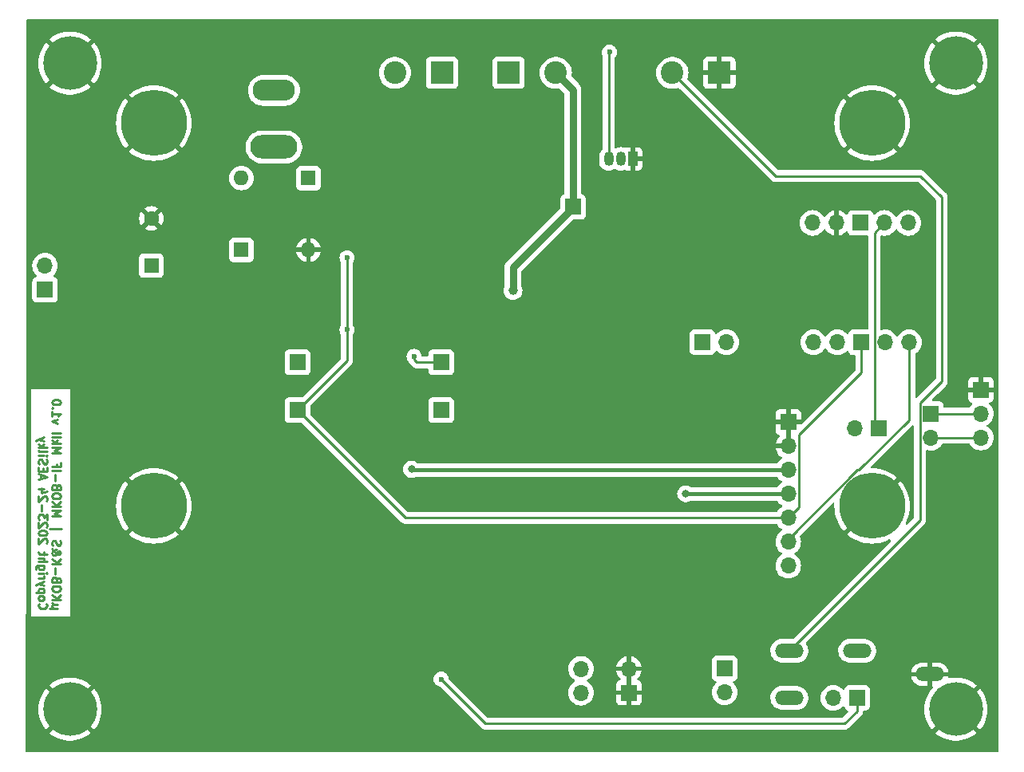
<source format=gbr>
%TF.GenerationSoftware,KiCad,Pcbnew,7.0.2*%
%TF.CreationDate,2024-01-09T21:21:53-08:00*%
%TF.ProjectId,MK-KS-MkII,4d4b2d4b-532d-44d6-9b49-492e6b696361,1.0*%
%TF.SameCoordinates,Original*%
%TF.FileFunction,Copper,L2,Bot*%
%TF.FilePolarity,Positive*%
%FSLAX46Y46*%
G04 Gerber Fmt 4.6, Leading zero omitted, Abs format (unit mm)*
G04 Created by KiCad (PCBNEW 7.0.2) date 2024-01-09 21:21:53*
%MOMM*%
%LPD*%
G01*
G04 APERTURE LIST*
%ADD10C,0.222250*%
%TA.AperFunction,NonConductor*%
%ADD11C,0.222250*%
%TD*%
%TA.AperFunction,ComponentPad*%
%ADD12O,1.700000X1.700000*%
%TD*%
%TA.AperFunction,ComponentPad*%
%ADD13R,1.700000X1.700000*%
%TD*%
%TA.AperFunction,ComponentPad*%
%ADD14R,2.400000X2.400000*%
%TD*%
%TA.AperFunction,ComponentPad*%
%ADD15C,2.400000*%
%TD*%
%TA.AperFunction,ConnectorPad*%
%ADD16C,5.700000*%
%TD*%
%TA.AperFunction,ComponentPad*%
%ADD17C,3.600000*%
%TD*%
%TA.AperFunction,ComponentPad*%
%ADD18O,3.016000X1.508000*%
%TD*%
%TA.AperFunction,ComponentPad*%
%ADD19R,1.600000X1.600000*%
%TD*%
%TA.AperFunction,ComponentPad*%
%ADD20C,1.600000*%
%TD*%
%TA.AperFunction,ComponentPad*%
%ADD21O,1.600000X1.600000*%
%TD*%
%TA.AperFunction,ConnectorPad*%
%ADD22C,7.000000*%
%TD*%
%TA.AperFunction,ComponentPad*%
%ADD23C,4.700000*%
%TD*%
%TA.AperFunction,ComponentPad*%
%ADD24O,5.000000X2.500000*%
%TD*%
%TA.AperFunction,ComponentPad*%
%ADD25O,4.500000X2.250000*%
%TD*%
%TA.AperFunction,ComponentPad*%
%ADD26R,1.050000X1.500000*%
%TD*%
%TA.AperFunction,ComponentPad*%
%ADD27O,1.050000X1.500000*%
%TD*%
%TA.AperFunction,ViaPad*%
%ADD28C,0.800000*%
%TD*%
%TA.AperFunction,ViaPad*%
%ADD29C,0.600000*%
%TD*%
%TA.AperFunction,ViaPad*%
%ADD30C,1.000000*%
%TD*%
%TA.AperFunction,Conductor*%
%ADD31C,0.250000*%
%TD*%
%TA.AperFunction,Conductor*%
%ADD32C,0.800000*%
%TD*%
%TA.AperFunction,Conductor*%
%ADD33C,0.400000*%
%TD*%
G04 APERTURE END LIST*
D10*
D11*
X59927642Y-156483333D02*
X59038642Y-156483333D01*
X59461975Y-156060000D02*
X59377309Y-156017666D01*
X59377309Y-156017666D02*
X59334975Y-155933000D01*
X59461975Y-156483333D02*
X59377309Y-156441000D01*
X59377309Y-156441000D02*
X59334975Y-156356333D01*
X59334975Y-156356333D02*
X59334975Y-156187000D01*
X59334975Y-156187000D02*
X59377309Y-156102333D01*
X59377309Y-156102333D02*
X59461975Y-156060000D01*
X59461975Y-156060000D02*
X59927642Y-156060000D01*
X59334975Y-155552000D02*
X60223975Y-155552000D01*
X59334975Y-155044000D02*
X59842975Y-155425000D01*
X60223975Y-155044000D02*
X59715975Y-155552000D01*
X60223975Y-154493667D02*
X60223975Y-154324333D01*
X60223975Y-154324333D02*
X60181642Y-154239667D01*
X60181642Y-154239667D02*
X60096975Y-154155000D01*
X60096975Y-154155000D02*
X59927642Y-154112667D01*
X59927642Y-154112667D02*
X59631309Y-154112667D01*
X59631309Y-154112667D02*
X59461975Y-154155000D01*
X59461975Y-154155000D02*
X59377309Y-154239667D01*
X59377309Y-154239667D02*
X59334975Y-154324333D01*
X59334975Y-154324333D02*
X59334975Y-154493667D01*
X59334975Y-154493667D02*
X59377309Y-154578333D01*
X59377309Y-154578333D02*
X59461975Y-154663000D01*
X59461975Y-154663000D02*
X59631309Y-154705333D01*
X59631309Y-154705333D02*
X59927642Y-154705333D01*
X59927642Y-154705333D02*
X60096975Y-154663000D01*
X60096975Y-154663000D02*
X60181642Y-154578333D01*
X60181642Y-154578333D02*
X60223975Y-154493667D01*
X59800642Y-153435334D02*
X59758309Y-153308334D01*
X59758309Y-153308334D02*
X59715975Y-153266000D01*
X59715975Y-153266000D02*
X59631309Y-153223667D01*
X59631309Y-153223667D02*
X59504309Y-153223667D01*
X59504309Y-153223667D02*
X59419642Y-153266000D01*
X59419642Y-153266000D02*
X59377309Y-153308334D01*
X59377309Y-153308334D02*
X59334975Y-153393000D01*
X59334975Y-153393000D02*
X59334975Y-153731667D01*
X59334975Y-153731667D02*
X60223975Y-153731667D01*
X60223975Y-153731667D02*
X60223975Y-153435334D01*
X60223975Y-153435334D02*
X60181642Y-153350667D01*
X60181642Y-153350667D02*
X60139309Y-153308334D01*
X60139309Y-153308334D02*
X60054642Y-153266000D01*
X60054642Y-153266000D02*
X59969975Y-153266000D01*
X59969975Y-153266000D02*
X59885309Y-153308334D01*
X59885309Y-153308334D02*
X59842975Y-153350667D01*
X59842975Y-153350667D02*
X59800642Y-153435334D01*
X59800642Y-153435334D02*
X59800642Y-153731667D01*
X59673642Y-152842667D02*
X59673642Y-152165334D01*
X59334975Y-151742000D02*
X60223975Y-151742000D01*
X59334975Y-151234000D02*
X59842975Y-151615000D01*
X60223975Y-151234000D02*
X59715975Y-151742000D01*
X59334975Y-150133333D02*
X59334975Y-150175667D01*
X59334975Y-150175667D02*
X59377309Y-150260333D01*
X59377309Y-150260333D02*
X59504309Y-150387333D01*
X59504309Y-150387333D02*
X59758309Y-150599000D01*
X59758309Y-150599000D02*
X59885309Y-150683667D01*
X59885309Y-150683667D02*
X60012309Y-150726000D01*
X60012309Y-150726000D02*
X60096975Y-150726000D01*
X60096975Y-150726000D02*
X60181642Y-150683667D01*
X60181642Y-150683667D02*
X60223975Y-150599000D01*
X60223975Y-150599000D02*
X60223975Y-150556667D01*
X60223975Y-150556667D02*
X60181642Y-150472000D01*
X60181642Y-150472000D02*
X60096975Y-150429667D01*
X60096975Y-150429667D02*
X60054642Y-150429667D01*
X60054642Y-150429667D02*
X59969975Y-150472000D01*
X59969975Y-150472000D02*
X59927642Y-150514333D01*
X59927642Y-150514333D02*
X59758309Y-150768333D01*
X59758309Y-150768333D02*
X59715975Y-150810667D01*
X59715975Y-150810667D02*
X59631309Y-150853000D01*
X59631309Y-150853000D02*
X59504309Y-150853000D01*
X59504309Y-150853000D02*
X59419642Y-150810667D01*
X59419642Y-150810667D02*
X59377309Y-150768333D01*
X59377309Y-150768333D02*
X59334975Y-150683667D01*
X59334975Y-150683667D02*
X59334975Y-150556667D01*
X59334975Y-150556667D02*
X59377309Y-150472000D01*
X59377309Y-150472000D02*
X59419642Y-150429667D01*
X59419642Y-150429667D02*
X59588975Y-150302667D01*
X59588975Y-150302667D02*
X59715975Y-150260333D01*
X59715975Y-150260333D02*
X59800642Y-150260333D01*
X59377309Y-149794666D02*
X59334975Y-149667666D01*
X59334975Y-149667666D02*
X59334975Y-149456000D01*
X59334975Y-149456000D02*
X59377309Y-149371333D01*
X59377309Y-149371333D02*
X59419642Y-149329000D01*
X59419642Y-149329000D02*
X59504309Y-149286666D01*
X59504309Y-149286666D02*
X59588975Y-149286666D01*
X59588975Y-149286666D02*
X59673642Y-149329000D01*
X59673642Y-149329000D02*
X59715975Y-149371333D01*
X59715975Y-149371333D02*
X59758309Y-149456000D01*
X59758309Y-149456000D02*
X59800642Y-149625333D01*
X59800642Y-149625333D02*
X59842975Y-149710000D01*
X59842975Y-149710000D02*
X59885309Y-149752333D01*
X59885309Y-149752333D02*
X59969975Y-149794666D01*
X59969975Y-149794666D02*
X60054642Y-149794666D01*
X60054642Y-149794666D02*
X60139309Y-149752333D01*
X60139309Y-149752333D02*
X60181642Y-149710000D01*
X60181642Y-149710000D02*
X60223975Y-149625333D01*
X60223975Y-149625333D02*
X60223975Y-149413666D01*
X60223975Y-149413666D02*
X60181642Y-149286666D01*
X59038642Y-148016666D02*
X60308642Y-148016666D01*
X59334975Y-146704333D02*
X60223975Y-146704333D01*
X60223975Y-146704333D02*
X59588975Y-146408000D01*
X59588975Y-146408000D02*
X60223975Y-146111666D01*
X60223975Y-146111666D02*
X59334975Y-146111666D01*
X59334975Y-145688333D02*
X60223975Y-145688333D01*
X59334975Y-145180333D02*
X59842975Y-145561333D01*
X60223975Y-145180333D02*
X59715975Y-145688333D01*
X60223975Y-144630000D02*
X60223975Y-144460666D01*
X60223975Y-144460666D02*
X60181642Y-144376000D01*
X60181642Y-144376000D02*
X60096975Y-144291333D01*
X60096975Y-144291333D02*
X59927642Y-144249000D01*
X59927642Y-144249000D02*
X59631309Y-144249000D01*
X59631309Y-144249000D02*
X59461975Y-144291333D01*
X59461975Y-144291333D02*
X59377309Y-144376000D01*
X59377309Y-144376000D02*
X59334975Y-144460666D01*
X59334975Y-144460666D02*
X59334975Y-144630000D01*
X59334975Y-144630000D02*
X59377309Y-144714666D01*
X59377309Y-144714666D02*
X59461975Y-144799333D01*
X59461975Y-144799333D02*
X59631309Y-144841666D01*
X59631309Y-144841666D02*
X59927642Y-144841666D01*
X59927642Y-144841666D02*
X60096975Y-144799333D01*
X60096975Y-144799333D02*
X60181642Y-144714666D01*
X60181642Y-144714666D02*
X60223975Y-144630000D01*
X59800642Y-143571667D02*
X59758309Y-143444667D01*
X59758309Y-143444667D02*
X59715975Y-143402333D01*
X59715975Y-143402333D02*
X59631309Y-143360000D01*
X59631309Y-143360000D02*
X59504309Y-143360000D01*
X59504309Y-143360000D02*
X59419642Y-143402333D01*
X59419642Y-143402333D02*
X59377309Y-143444667D01*
X59377309Y-143444667D02*
X59334975Y-143529333D01*
X59334975Y-143529333D02*
X59334975Y-143868000D01*
X59334975Y-143868000D02*
X60223975Y-143868000D01*
X60223975Y-143868000D02*
X60223975Y-143571667D01*
X60223975Y-143571667D02*
X60181642Y-143487000D01*
X60181642Y-143487000D02*
X60139309Y-143444667D01*
X60139309Y-143444667D02*
X60054642Y-143402333D01*
X60054642Y-143402333D02*
X59969975Y-143402333D01*
X59969975Y-143402333D02*
X59885309Y-143444667D01*
X59885309Y-143444667D02*
X59842975Y-143487000D01*
X59842975Y-143487000D02*
X59800642Y-143571667D01*
X59800642Y-143571667D02*
X59800642Y-143868000D01*
X59673642Y-142979000D02*
X59673642Y-142301667D01*
X59334975Y-141878333D02*
X60223975Y-141878333D01*
X59800642Y-141158667D02*
X59800642Y-141455000D01*
X59334975Y-141455000D02*
X60223975Y-141455000D01*
X60223975Y-141455000D02*
X60223975Y-141031667D01*
X59334975Y-140015667D02*
X60223975Y-140015667D01*
X60223975Y-140015667D02*
X59588975Y-139719334D01*
X59588975Y-139719334D02*
X60223975Y-139423000D01*
X60223975Y-139423000D02*
X59334975Y-139423000D01*
X59334975Y-138999667D02*
X60223975Y-138999667D01*
X59673642Y-138915000D02*
X59334975Y-138661000D01*
X59927642Y-138661000D02*
X59588975Y-138999667D01*
X59334975Y-138280000D02*
X60223975Y-138280000D01*
X59334975Y-137856667D02*
X60223975Y-137856667D01*
X59927642Y-136840668D02*
X59334975Y-136629001D01*
X59334975Y-136629001D02*
X59927642Y-136417334D01*
X59334975Y-135613001D02*
X59334975Y-136121001D01*
X59334975Y-135867001D02*
X60223975Y-135867001D01*
X60223975Y-135867001D02*
X60096975Y-135951668D01*
X60096975Y-135951668D02*
X60012309Y-136036335D01*
X60012309Y-136036335D02*
X59969975Y-136121001D01*
X59419642Y-135232001D02*
X59377309Y-135189668D01*
X59377309Y-135189668D02*
X59334975Y-135232001D01*
X59334975Y-135232001D02*
X59377309Y-135274334D01*
X59377309Y-135274334D02*
X59419642Y-135232001D01*
X59419642Y-135232001D02*
X59334975Y-135232001D01*
X60223975Y-134639335D02*
X60223975Y-134554668D01*
X60223975Y-134554668D02*
X60181642Y-134470001D01*
X60181642Y-134470001D02*
X60139309Y-134427668D01*
X60139309Y-134427668D02*
X60054642Y-134385335D01*
X60054642Y-134385335D02*
X59885309Y-134343001D01*
X59885309Y-134343001D02*
X59673642Y-134343001D01*
X59673642Y-134343001D02*
X59504309Y-134385335D01*
X59504309Y-134385335D02*
X59419642Y-134427668D01*
X59419642Y-134427668D02*
X59377309Y-134470001D01*
X59377309Y-134470001D02*
X59334975Y-134554668D01*
X59334975Y-134554668D02*
X59334975Y-134639335D01*
X59334975Y-134639335D02*
X59377309Y-134724001D01*
X59377309Y-134724001D02*
X59419642Y-134766335D01*
X59419642Y-134766335D02*
X59504309Y-134808668D01*
X59504309Y-134808668D02*
X59673642Y-134851001D01*
X59673642Y-134851001D02*
X59885309Y-134851001D01*
X59885309Y-134851001D02*
X60054642Y-134808668D01*
X60054642Y-134808668D02*
X60139309Y-134766335D01*
X60139309Y-134766335D02*
X60181642Y-134724001D01*
X60181642Y-134724001D02*
X60223975Y-134639335D01*
X57979462Y-155975333D02*
X57937129Y-156017666D01*
X57937129Y-156017666D02*
X57894795Y-156144666D01*
X57894795Y-156144666D02*
X57894795Y-156229333D01*
X57894795Y-156229333D02*
X57937129Y-156356333D01*
X57937129Y-156356333D02*
X58021795Y-156441000D01*
X58021795Y-156441000D02*
X58106462Y-156483333D01*
X58106462Y-156483333D02*
X58275795Y-156525666D01*
X58275795Y-156525666D02*
X58402795Y-156525666D01*
X58402795Y-156525666D02*
X58572129Y-156483333D01*
X58572129Y-156483333D02*
X58656795Y-156441000D01*
X58656795Y-156441000D02*
X58741462Y-156356333D01*
X58741462Y-156356333D02*
X58783795Y-156229333D01*
X58783795Y-156229333D02*
X58783795Y-156144666D01*
X58783795Y-156144666D02*
X58741462Y-156017666D01*
X58741462Y-156017666D02*
X58699129Y-155975333D01*
X57894795Y-155467333D02*
X57937129Y-155552000D01*
X57937129Y-155552000D02*
X57979462Y-155594333D01*
X57979462Y-155594333D02*
X58064129Y-155636666D01*
X58064129Y-155636666D02*
X58318129Y-155636666D01*
X58318129Y-155636666D02*
X58402795Y-155594333D01*
X58402795Y-155594333D02*
X58445129Y-155552000D01*
X58445129Y-155552000D02*
X58487462Y-155467333D01*
X58487462Y-155467333D02*
X58487462Y-155340333D01*
X58487462Y-155340333D02*
X58445129Y-155255666D01*
X58445129Y-155255666D02*
X58402795Y-155213333D01*
X58402795Y-155213333D02*
X58318129Y-155171000D01*
X58318129Y-155171000D02*
X58064129Y-155171000D01*
X58064129Y-155171000D02*
X57979462Y-155213333D01*
X57979462Y-155213333D02*
X57937129Y-155255666D01*
X57937129Y-155255666D02*
X57894795Y-155340333D01*
X57894795Y-155340333D02*
X57894795Y-155467333D01*
X58487462Y-154790000D02*
X57598462Y-154790000D01*
X58445129Y-154790000D02*
X58487462Y-154705333D01*
X58487462Y-154705333D02*
X58487462Y-154536000D01*
X58487462Y-154536000D02*
X58445129Y-154451333D01*
X58445129Y-154451333D02*
X58402795Y-154409000D01*
X58402795Y-154409000D02*
X58318129Y-154366667D01*
X58318129Y-154366667D02*
X58064129Y-154366667D01*
X58064129Y-154366667D02*
X57979462Y-154409000D01*
X57979462Y-154409000D02*
X57937129Y-154451333D01*
X57937129Y-154451333D02*
X57894795Y-154536000D01*
X57894795Y-154536000D02*
X57894795Y-154705333D01*
X57894795Y-154705333D02*
X57937129Y-154790000D01*
X58487462Y-154070334D02*
X57894795Y-153858667D01*
X58487462Y-153647000D02*
X57894795Y-153858667D01*
X57894795Y-153858667D02*
X57683129Y-153943334D01*
X57683129Y-153943334D02*
X57640795Y-153985667D01*
X57640795Y-153985667D02*
X57598462Y-154070334D01*
X57894795Y-153308334D02*
X58487462Y-153308334D01*
X58318129Y-153308334D02*
X58402795Y-153266001D01*
X58402795Y-153266001D02*
X58445129Y-153223667D01*
X58445129Y-153223667D02*
X58487462Y-153139001D01*
X58487462Y-153139001D02*
X58487462Y-153054334D01*
X57894795Y-152758001D02*
X58487462Y-152758001D01*
X58783795Y-152758001D02*
X58741462Y-152800334D01*
X58741462Y-152800334D02*
X58699129Y-152758001D01*
X58699129Y-152758001D02*
X58741462Y-152715668D01*
X58741462Y-152715668D02*
X58783795Y-152758001D01*
X58783795Y-152758001D02*
X58699129Y-152758001D01*
X58487462Y-151953668D02*
X57767795Y-151953668D01*
X57767795Y-151953668D02*
X57683129Y-151996001D01*
X57683129Y-151996001D02*
X57640795Y-152038335D01*
X57640795Y-152038335D02*
X57598462Y-152123001D01*
X57598462Y-152123001D02*
X57598462Y-152250001D01*
X57598462Y-152250001D02*
X57640795Y-152334668D01*
X57937129Y-151953668D02*
X57894795Y-152038335D01*
X57894795Y-152038335D02*
X57894795Y-152207668D01*
X57894795Y-152207668D02*
X57937129Y-152292335D01*
X57937129Y-152292335D02*
X57979462Y-152334668D01*
X57979462Y-152334668D02*
X58064129Y-152377001D01*
X58064129Y-152377001D02*
X58318129Y-152377001D01*
X58318129Y-152377001D02*
X58402795Y-152334668D01*
X58402795Y-152334668D02*
X58445129Y-152292335D01*
X58445129Y-152292335D02*
X58487462Y-152207668D01*
X58487462Y-152207668D02*
X58487462Y-152038335D01*
X58487462Y-152038335D02*
X58445129Y-151953668D01*
X57894795Y-151530335D02*
X58783795Y-151530335D01*
X57894795Y-151149335D02*
X58360462Y-151149335D01*
X58360462Y-151149335D02*
X58445129Y-151191668D01*
X58445129Y-151191668D02*
X58487462Y-151276335D01*
X58487462Y-151276335D02*
X58487462Y-151403335D01*
X58487462Y-151403335D02*
X58445129Y-151488002D01*
X58445129Y-151488002D02*
X58402795Y-151530335D01*
X58487462Y-150853002D02*
X58487462Y-150514335D01*
X58783795Y-150726002D02*
X58021795Y-150726002D01*
X58021795Y-150726002D02*
X57937129Y-150683669D01*
X57937129Y-150683669D02*
X57894795Y-150599002D01*
X57894795Y-150599002D02*
X57894795Y-150514335D01*
X58699129Y-149583002D02*
X58741462Y-149540669D01*
X58741462Y-149540669D02*
X58783795Y-149456002D01*
X58783795Y-149456002D02*
X58783795Y-149244336D01*
X58783795Y-149244336D02*
X58741462Y-149159669D01*
X58741462Y-149159669D02*
X58699129Y-149117336D01*
X58699129Y-149117336D02*
X58614462Y-149075002D01*
X58614462Y-149075002D02*
X58529795Y-149075002D01*
X58529795Y-149075002D02*
X58402795Y-149117336D01*
X58402795Y-149117336D02*
X57894795Y-149625336D01*
X57894795Y-149625336D02*
X57894795Y-149075002D01*
X58783795Y-148524669D02*
X58783795Y-148440002D01*
X58783795Y-148440002D02*
X58741462Y-148355335D01*
X58741462Y-148355335D02*
X58699129Y-148313002D01*
X58699129Y-148313002D02*
X58614462Y-148270669D01*
X58614462Y-148270669D02*
X58445129Y-148228335D01*
X58445129Y-148228335D02*
X58233462Y-148228335D01*
X58233462Y-148228335D02*
X58064129Y-148270669D01*
X58064129Y-148270669D02*
X57979462Y-148313002D01*
X57979462Y-148313002D02*
X57937129Y-148355335D01*
X57937129Y-148355335D02*
X57894795Y-148440002D01*
X57894795Y-148440002D02*
X57894795Y-148524669D01*
X57894795Y-148524669D02*
X57937129Y-148609335D01*
X57937129Y-148609335D02*
X57979462Y-148651669D01*
X57979462Y-148651669D02*
X58064129Y-148694002D01*
X58064129Y-148694002D02*
X58233462Y-148736335D01*
X58233462Y-148736335D02*
X58445129Y-148736335D01*
X58445129Y-148736335D02*
X58614462Y-148694002D01*
X58614462Y-148694002D02*
X58699129Y-148651669D01*
X58699129Y-148651669D02*
X58741462Y-148609335D01*
X58741462Y-148609335D02*
X58783795Y-148524669D01*
X58699129Y-147889668D02*
X58741462Y-147847335D01*
X58741462Y-147847335D02*
X58783795Y-147762668D01*
X58783795Y-147762668D02*
X58783795Y-147551002D01*
X58783795Y-147551002D02*
X58741462Y-147466335D01*
X58741462Y-147466335D02*
X58699129Y-147424002D01*
X58699129Y-147424002D02*
X58614462Y-147381668D01*
X58614462Y-147381668D02*
X58529795Y-147381668D01*
X58529795Y-147381668D02*
X58402795Y-147424002D01*
X58402795Y-147424002D02*
X57894795Y-147932002D01*
X57894795Y-147932002D02*
X57894795Y-147381668D01*
X58783795Y-147085335D02*
X58783795Y-146535001D01*
X58783795Y-146535001D02*
X58445129Y-146831335D01*
X58445129Y-146831335D02*
X58445129Y-146704335D01*
X58445129Y-146704335D02*
X58402795Y-146619668D01*
X58402795Y-146619668D02*
X58360462Y-146577335D01*
X58360462Y-146577335D02*
X58275795Y-146535001D01*
X58275795Y-146535001D02*
X58064129Y-146535001D01*
X58064129Y-146535001D02*
X57979462Y-146577335D01*
X57979462Y-146577335D02*
X57937129Y-146619668D01*
X57937129Y-146619668D02*
X57894795Y-146704335D01*
X57894795Y-146704335D02*
X57894795Y-146958335D01*
X57894795Y-146958335D02*
X57937129Y-147043001D01*
X57937129Y-147043001D02*
X57979462Y-147085335D01*
X58233462Y-146154001D02*
X58233462Y-145476668D01*
X58699129Y-145095667D02*
X58741462Y-145053334D01*
X58741462Y-145053334D02*
X58783795Y-144968667D01*
X58783795Y-144968667D02*
X58783795Y-144757001D01*
X58783795Y-144757001D02*
X58741462Y-144672334D01*
X58741462Y-144672334D02*
X58699129Y-144630001D01*
X58699129Y-144630001D02*
X58614462Y-144587667D01*
X58614462Y-144587667D02*
X58529795Y-144587667D01*
X58529795Y-144587667D02*
X58402795Y-144630001D01*
X58402795Y-144630001D02*
X57894795Y-145138001D01*
X57894795Y-145138001D02*
X57894795Y-144587667D01*
X58487462Y-143825667D02*
X57894795Y-143825667D01*
X58826129Y-144037334D02*
X58191129Y-144249000D01*
X58191129Y-144249000D02*
X58191129Y-143698667D01*
X58148795Y-142725000D02*
X58148795Y-142301667D01*
X57894795Y-142809667D02*
X58783795Y-142513334D01*
X58783795Y-142513334D02*
X57894795Y-142217000D01*
X58360462Y-141920667D02*
X58360462Y-141624334D01*
X57894795Y-141497334D02*
X57894795Y-141920667D01*
X57894795Y-141920667D02*
X58783795Y-141920667D01*
X58783795Y-141920667D02*
X58783795Y-141497334D01*
X57937129Y-141158667D02*
X57894795Y-141031667D01*
X57894795Y-141031667D02*
X57894795Y-140820001D01*
X57894795Y-140820001D02*
X57937129Y-140735334D01*
X57937129Y-140735334D02*
X57979462Y-140693001D01*
X57979462Y-140693001D02*
X58064129Y-140650667D01*
X58064129Y-140650667D02*
X58148795Y-140650667D01*
X58148795Y-140650667D02*
X58233462Y-140693001D01*
X58233462Y-140693001D02*
X58275795Y-140735334D01*
X58275795Y-140735334D02*
X58318129Y-140820001D01*
X58318129Y-140820001D02*
X58360462Y-140989334D01*
X58360462Y-140989334D02*
X58402795Y-141074001D01*
X58402795Y-141074001D02*
X58445129Y-141116334D01*
X58445129Y-141116334D02*
X58529795Y-141158667D01*
X58529795Y-141158667D02*
X58614462Y-141158667D01*
X58614462Y-141158667D02*
X58699129Y-141116334D01*
X58699129Y-141116334D02*
X58741462Y-141074001D01*
X58741462Y-141074001D02*
X58783795Y-140989334D01*
X58783795Y-140989334D02*
X58783795Y-140777667D01*
X58783795Y-140777667D02*
X58741462Y-140650667D01*
X57894795Y-140269667D02*
X58487462Y-140269667D01*
X58783795Y-140269667D02*
X58741462Y-140312000D01*
X58741462Y-140312000D02*
X58699129Y-140269667D01*
X58699129Y-140269667D02*
X58741462Y-140227334D01*
X58741462Y-140227334D02*
X58783795Y-140269667D01*
X58783795Y-140269667D02*
X58699129Y-140269667D01*
X57894795Y-139719334D02*
X57937129Y-139804001D01*
X57937129Y-139804001D02*
X58021795Y-139846334D01*
X58021795Y-139846334D02*
X58783795Y-139846334D01*
X57894795Y-139380667D02*
X58783795Y-139380667D01*
X58233462Y-139296000D02*
X57894795Y-139042000D01*
X58487462Y-139042000D02*
X58148795Y-139380667D01*
X58487462Y-138745667D02*
X57894795Y-138534000D01*
X58487462Y-138322333D02*
X57894795Y-138534000D01*
X57894795Y-138534000D02*
X57683129Y-138618667D01*
X57683129Y-138618667D02*
X57640795Y-138661000D01*
X57640795Y-138661000D02*
X57598462Y-138745667D01*
D12*
%TO.P,U1,1,RESET-*%
%TO.N,/RESET-*%
X150176000Y-115554000D03*
%TO.P,U1,2,3V3*%
%TO.N,/V3.3I*%
X147636000Y-115554000D03*
D13*
%TO.P,U1,3,VIO*%
%TO.N,unconnected-(U1-VIO-Pad3)*%
X145096000Y-115554000D03*
D12*
%TO.P,U1,4,GND*%
%TO.N,GND*%
X142556000Y-115554000D03*
%TO.P,U1,5,VBUS*%
%TO.N,/V5I*%
X140016000Y-115554000D03*
%TO.P,U1,6,CB0*%
%TO.N,/CB0*%
X140106000Y-128234000D03*
%TO.P,U1,7,TXD*%
%TO.N,/TXD*%
X142646000Y-128234000D03*
D13*
%TO.P,U1,8,RTS-*%
%TO.N,/SNDR_EN*%
X145186000Y-128234000D03*
D12*
%TO.P,U1,9,RXD*%
%TO.N,/RXD*%
X147726000Y-128234000D03*
%TO.P,U1,10,CTS-*%
%TO.N,/KEY_PDL_DOT-*%
X150266000Y-128234000D03*
%TD*%
D14*
%TO.P,ST3,1,Pin_1*%
%TO.N,GND*%
X130138000Y-99627800D03*
D15*
%TO.P,ST3,2,Pin_2*%
%TO.N,/KEY_PDL-*%
X125138000Y-99627800D03*
%TD*%
D13*
%TO.P,TP5,1,Pin_1*%
%TO.N,/KOB_KEY-*%
X100609400Y-135432800D03*
%TD*%
%TO.P,J3,1,Pin_1*%
%TO.N,GND*%
X157857000Y-133268000D03*
D12*
%TO.P,J3,2,Pin_2*%
%TO.N,/RXD*%
X157857000Y-135808000D03*
%TO.P,J3,3,Pin_3*%
%TO.N,/TXD*%
X157857000Y-138348000D03*
%TD*%
D16*
%TO.P,M_KSI4,1,1*%
%TO.N,GND*%
X61239400Y-167182800D03*
D17*
X61239400Y-167182800D03*
%TD*%
D13*
%TO.P,JP3,1,A*%
%TO.N,/KOB_KEY-*%
X144742000Y-165979000D03*
D12*
%TO.P,JP3,2,B*%
%TO.N,/KEY_PDL-*%
X142202000Y-165979000D03*
%TD*%
D14*
%TO.P,ST1,1,Pin_1*%
%TO.N,/LOOP_PWR*%
X100709400Y-99627800D03*
D15*
%TO.P,ST1,2,Pin_2*%
%TO.N,/LP1*%
X95709400Y-99627800D03*
%TD*%
D18*
%TO.P,J5,1*%
%TO.N,GND*%
X152453000Y-163472000D03*
%TO.P,J5,2*%
%TO.N,/KEY_PDL-*%
X137553000Y-160972000D03*
%TO.P,J5,3*%
%TO.N,/PDL_DASH-*%
X137553000Y-165972000D03*
%TO.P,J5,4*%
%TO.N,/KOB_KEY-*%
X144753000Y-160972000D03*
%TD*%
D13*
%TO.P,TP1,1,Pin_1*%
%TO.N,/LP2*%
X114599000Y-113854000D03*
%TD*%
%TO.P,OPa1,1,Pin_1*%
%TO.N,+5V*%
X58593000Y-122644000D03*
D12*
%TO.P,OPa1,2,Pin_2*%
%TO.N,/LOOP_PWR*%
X58593000Y-120104000D03*
%TD*%
D13*
%TO.P,TP2,1,Pin_1*%
%TO.N,/SNDR_EN*%
X85369400Y-135432800D03*
%TD*%
D16*
%TO.P,M_KSI1,1,1*%
%TO.N,GND*%
X61239400Y-98602800D03*
D17*
X61239400Y-98602800D03*
%TD*%
D13*
%TO.P,TP4,1,Pin_1*%
%TO.N,/LOOP_STATE*%
X100609400Y-130352800D03*
%TD*%
D19*
%TO.P,C3,1*%
%TO.N,/LOOP_PWR*%
X69875400Y-120080851D03*
D20*
%TO.P,C3,2*%
%TO.N,GND*%
X69875400Y-115080851D03*
%TD*%
D19*
%TO.P,D4,1,K*%
%TO.N,/LPI-*%
X86537800Y-110794800D03*
D21*
%TO.P,D4,2,A*%
%TO.N,GND*%
X86537800Y-118414800D03*
%TD*%
D22*
%TO.P,SHLD-1,1,1*%
%TO.N,GND*%
X70129400Y-104952800D03*
D23*
X70129400Y-104952800D03*
%TD*%
D22*
%TO.P,SHLD-2,1,1*%
%TO.N,GND*%
X146329400Y-104952800D03*
D23*
X146329400Y-104952800D03*
%TD*%
D12*
%TO.P,SW1,1,A*%
%TO.N,GND*%
X120528400Y-162884800D03*
D13*
X120528400Y-165424800D03*
D12*
%TO.P,SW1,2,B*%
%TO.N,/KEY_PDL_DOT-*%
X115448400Y-162884800D03*
X115448400Y-165424800D03*
%TD*%
D13*
%TO.P,JP2,1,A*%
%TO.N,/KEY_PDL_DOT-*%
X130688400Y-162859800D03*
D12*
%TO.P,JP2,2,B*%
%TO.N,/KEY_PDL-*%
X130688400Y-165399800D03*
%TD*%
D13*
%TO.P,JP1,1,A*%
%TO.N,/V3.3I*%
X147069000Y-137366000D03*
D12*
%TO.P,JP1,2,B*%
%TO.N,+3.3V*%
X144529000Y-137366000D03*
%TD*%
D24*
%TO.P,J2,1,In*%
%TO.N,/LPI+*%
X82880200Y-107489100D03*
D25*
%TO.P,J2,2,Ext*%
%TO.N,/LPI-*%
X82880200Y-101489100D03*
%TD*%
D16*
%TO.P,M_KSI2,1,1*%
%TO.N,GND*%
X155219400Y-98602800D03*
D17*
X155219400Y-98602800D03*
%TD*%
D14*
%TO.P,ST2,1,Pin_1*%
%TO.N,/LP1*%
X107774400Y-99627800D03*
D15*
%TO.P,ST2,2,Pin_2*%
%TO.N,/LP2*%
X112774400Y-99627800D03*
%TD*%
D22*
%TO.P,SHLD-4,1,1*%
%TO.N,GND*%
X70129400Y-145592800D03*
D23*
X70129400Y-145592800D03*
%TD*%
D13*
%TO.P,TP3,1,Pin_1*%
%TO.N,/OFFSET_REF_V*%
X85369400Y-130352800D03*
%TD*%
D26*
%TO.P,Q4,1,E*%
%TO.N,GND*%
X120929400Y-108762800D03*
D27*
%TO.P,Q4,2,B*%
%TO.N,Net-(Q4-B)*%
X119659400Y-108762800D03*
%TO.P,Q4,3,C*%
%TO.N,Net-(LED1-K)*%
X118389400Y-108762800D03*
%TD*%
D19*
%TO.P,D2,1,K*%
%TO.N,/LOOP_PWR*%
X79425800Y-118414800D03*
D21*
%TO.P,D2,2,A*%
%TO.N,/LPI+*%
X79425800Y-110794800D03*
%TD*%
D16*
%TO.P,M_KSI3,1,1*%
%TO.N,GND*%
X155219400Y-167182800D03*
D17*
X155219400Y-167182800D03*
%TD*%
D13*
%TO.P,JP5,1,A*%
%TO.N,/RXD*%
X152564000Y-135827000D03*
D12*
%TO.P,JP5,2,B*%
%TO.N,/TXD*%
X152564000Y-138367000D03*
%TD*%
D13*
%TO.P,JP4,1,A*%
%TO.N,/PDL_DASH-*%
X128341000Y-128229000D03*
D12*
%TO.P,JP4,2,B*%
%TO.N,/CB0*%
X130881000Y-128229000D03*
%TD*%
D22*
%TO.P,SHLD-3,1,1*%
%TO.N,GND*%
X146329400Y-145592800D03*
D23*
X146329400Y-145592800D03*
%TD*%
D13*
%TO.P,J4,1,Pin_1*%
%TO.N,GND*%
X137439400Y-136702800D03*
D12*
%TO.P,J4,2,Pin_2*%
X137439400Y-139242800D03*
%TO.P,J4,3,Pin_3*%
%TO.N,+3.3V*%
X137439400Y-141782800D03*
%TO.P,J4,4,Pin_4*%
%TO.N,+5V*%
X137439400Y-144322800D03*
%TO.P,J4,5,Pin_5*%
%TO.N,/SNDR_EN*%
X137439400Y-146862800D03*
%TO.P,J4,6,Pin_6*%
%TO.N,/KEY_PDL_DOT-*%
X137439400Y-149402800D03*
%TO.P,J4,7,Pin_7*%
%TO.N,/PDL_DASH-*%
X137439400Y-151942800D03*
%TD*%
D28*
%TO.N,+5V*%
X126559000Y-144311000D03*
%TO.N,+3.3V*%
X97480000Y-141713000D03*
D29*
%TO.N,/KOB_KEY-*%
X100609000Y-163991000D03*
D28*
%TO.N,GND*%
X104724200Y-114249200D03*
X110667800Y-129413000D03*
X95580200Y-126794800D03*
X99618800Y-114223800D03*
X74803000Y-159941800D03*
X83870800Y-159941800D03*
X94538800Y-114223800D03*
X79044800Y-124155200D03*
X97409000Y-111633000D03*
X122555000Y-118541800D03*
X106172000Y-159941800D03*
X109778800Y-114249200D03*
X97028000Y-159941800D03*
X89484200Y-114198400D03*
X116433600Y-121056400D03*
D30*
%TO.N,/LP2*%
X108229400Y-122732800D03*
D29*
%TO.N,/LOOP_STATE*%
X97739200Y-129717800D03*
%TO.N,/SNDR_EN*%
X90627200Y-119253000D03*
X90627200Y-126898400D03*
%TO.N,Net-(LED1-K)*%
X118465600Y-97434400D03*
%TD*%
D31*
%TO.N,/KEY_PDL_DOT-*%
X144751200Y-141787800D02*
X137439400Y-149099600D01*
X144957200Y-141787800D02*
X144751200Y-141787800D01*
X137439400Y-149099600D02*
X137439400Y-149402800D01*
X150266000Y-136479000D02*
X144957200Y-141787800D01*
X150266000Y-128234000D02*
X150266000Y-136479000D01*
%TO.N,/SNDR_EN*%
X145186000Y-131453000D02*
X145186000Y-128234000D01*
X138594400Y-138044600D02*
X145186000Y-131453000D01*
X138594400Y-145707800D02*
X138594400Y-138044600D01*
X137439400Y-146862800D02*
X138594400Y-145707800D01*
%TO.N,/V3.3I*%
X146571000Y-116619000D02*
X147636000Y-115554000D01*
X146571000Y-136868000D02*
X146571000Y-116619000D01*
D32*
%TO.N,/LP2*%
X114579400Y-101432800D02*
X112774400Y-99627800D01*
X114579400Y-113907600D02*
X114579400Y-101432800D01*
X108229400Y-120257600D02*
X114579400Y-113907600D01*
X108229400Y-122732800D02*
X108229400Y-120257600D01*
D33*
%TO.N,+5V*%
X126570800Y-144322800D02*
X126559000Y-144311000D01*
X137439400Y-144322800D02*
X126570800Y-144322800D01*
%TO.N,+3.3V*%
X97549800Y-141782800D02*
X137439400Y-141782800D01*
X97480000Y-141713000D02*
X97549800Y-141782800D01*
D31*
%TO.N,/KOB_KEY-*%
X143420000Y-168712000D02*
X144742000Y-167390000D01*
X100609000Y-163991000D02*
X105330000Y-168712000D01*
X105330000Y-168712000D02*
X143420000Y-168712000D01*
X144742000Y-167390000D02*
X144742000Y-165979000D01*
%TO.N,/TXD*%
X157857000Y-138348000D02*
X152583000Y-138348000D01*
%TO.N,/RXD*%
X157857000Y-135808000D02*
X152583000Y-135808000D01*
%TO.N,/KEY_PDL-*%
X151452708Y-110567708D02*
X136077908Y-110567708D01*
X151409000Y-134672000D02*
X153721499Y-132359501D01*
X137553000Y-160972000D02*
X151409000Y-147116000D01*
X153721499Y-132359501D02*
X153721499Y-112836499D01*
X136077908Y-110567708D02*
X125138000Y-99627800D01*
X153721499Y-112836499D02*
X151452708Y-110567708D01*
X151409000Y-147116000D02*
X151409000Y-134672000D01*
%TO.N,/LOOP_STATE*%
X97739200Y-129717800D02*
X97739200Y-130048000D01*
X97739200Y-130048000D02*
X98044000Y-130352800D01*
X98044000Y-130352800D02*
X100609400Y-130352800D01*
%TO.N,/SNDR_EN*%
X137439400Y-146862800D02*
X96799400Y-146862800D01*
X90627200Y-119253000D02*
X90627200Y-126898400D01*
X90627200Y-130175000D02*
X90627200Y-126898400D01*
X85369400Y-135432800D02*
X90627200Y-130175000D01*
X96799400Y-146862800D02*
X85369400Y-135432800D01*
%TO.N,Net-(LED1-K)*%
X118389400Y-97510600D02*
X118389400Y-108762800D01*
X118465600Y-97434400D02*
X118389400Y-97510600D01*
%TD*%
%TA.AperFunction,Conductor*%
%TO.N,GND*%
G36*
X150702834Y-137029269D02*
G01*
X150758767Y-137071141D01*
X150783184Y-137136605D01*
X150783500Y-137145451D01*
X150783500Y-146805547D01*
X150763815Y-146872586D01*
X150747181Y-146893228D01*
X150098864Y-147541544D01*
X150037541Y-147575029D01*
X149967849Y-147570045D01*
X149911916Y-147528173D01*
X149887499Y-147462709D01*
X149899089Y-147400846D01*
X150028065Y-147128151D01*
X150030404Y-147122501D01*
X150160750Y-146758209D01*
X150162517Y-146752386D01*
X150256532Y-146377053D01*
X150257718Y-146371094D01*
X150314493Y-145988353D01*
X150315089Y-145982300D01*
X150334075Y-145595833D01*
X150334075Y-145589766D01*
X150315089Y-145203299D01*
X150314493Y-145197246D01*
X150257718Y-144814505D01*
X150256532Y-144808546D01*
X150162517Y-144433213D01*
X150160750Y-144427390D01*
X150030404Y-144063098D01*
X150028072Y-144057465D01*
X149862641Y-143707691D01*
X149859770Y-143702322D01*
X149660850Y-143370444D01*
X149657482Y-143365403D01*
X149426982Y-143054610D01*
X149423124Y-143049908D01*
X149329330Y-142946422D01*
X149329329Y-142946422D01*
X148016294Y-144259456D01*
X147904369Y-144121882D01*
X147689410Y-143921124D01*
X147664854Y-143903791D01*
X148975776Y-142592869D01*
X148975776Y-142592868D01*
X148872291Y-142499075D01*
X148867589Y-142495217D01*
X148556796Y-142264717D01*
X148551755Y-142261349D01*
X148219877Y-142062429D01*
X148214508Y-142059558D01*
X147864734Y-141894127D01*
X147859101Y-141891795D01*
X147494809Y-141761449D01*
X147488986Y-141759682D01*
X147113653Y-141665667D01*
X147107694Y-141664481D01*
X146724953Y-141607706D01*
X146718900Y-141607110D01*
X146334490Y-141588226D01*
X146268497Y-141565275D01*
X146225388Y-141510290D01*
X146218850Y-141440727D01*
X146250958Y-141378672D01*
X146252795Y-141376793D01*
X150571821Y-137057768D01*
X150633142Y-137024285D01*
X150702834Y-137029269D01*
G37*
%TD.AperFunction*%
%TA.AperFunction,Conductor*%
G36*
X137689400Y-138807298D02*
G01*
X137581715Y-138758120D01*
X137475163Y-138742800D01*
X137403637Y-138742800D01*
X137297085Y-138758120D01*
X137189400Y-138807298D01*
X137189400Y-137138301D01*
X137297085Y-137187480D01*
X137403637Y-137202800D01*
X137475163Y-137202800D01*
X137581715Y-137187480D01*
X137689400Y-137138301D01*
X137689400Y-138807298D01*
G37*
%TD.AperFunction*%
%TA.AperFunction,Conductor*%
G36*
X120778400Y-164989298D02*
G01*
X120670715Y-164940120D01*
X120564163Y-164924800D01*
X120492637Y-164924800D01*
X120386085Y-164940120D01*
X120278400Y-164989298D01*
X120278400Y-163320301D01*
X120386085Y-163369480D01*
X120492637Y-163384800D01*
X120564163Y-163384800D01*
X120670715Y-163369480D01*
X120778400Y-163320301D01*
X120778400Y-164989298D01*
G37*
%TD.AperFunction*%
%TA.AperFunction,Conductor*%
G36*
X159696981Y-93964006D02*
G01*
X159742736Y-94016810D01*
X159753942Y-94068321D01*
X159753942Y-171645921D01*
X159734257Y-171712960D01*
X159681453Y-171758715D01*
X159629942Y-171769921D01*
X56652342Y-171769921D01*
X56585303Y-171750236D01*
X56539548Y-171697432D01*
X56528342Y-171645921D01*
X56528342Y-167186156D01*
X57884662Y-167186156D01*
X57903964Y-167542171D01*
X57904690Y-167548844D01*
X57962374Y-167900704D01*
X57963813Y-167907242D01*
X58059196Y-168250779D01*
X58061347Y-168257163D01*
X58193312Y-168588370D01*
X58196132Y-168594466D01*
X58363139Y-168909474D01*
X58366594Y-168915217D01*
X58566686Y-169210331D01*
X58570747Y-169215673D01*
X58700368Y-169368275D01*
X58700369Y-169368276D01*
X59941665Y-168126979D01*
X60104530Y-168317670D01*
X60295219Y-168480533D01*
X59051289Y-169724463D01*
X59065041Y-169737490D01*
X59070140Y-169741822D01*
X59353993Y-169957601D01*
X59359539Y-169961361D01*
X59665044Y-170145177D01*
X59670983Y-170148325D01*
X59994561Y-170298029D01*
X60000803Y-170300516D01*
X60338680Y-170414360D01*
X60345144Y-170416155D01*
X60693346Y-170492800D01*
X60699980Y-170493887D01*
X61054429Y-170532436D01*
X61061126Y-170532800D01*
X61417674Y-170532800D01*
X61424370Y-170532436D01*
X61778819Y-170493887D01*
X61785453Y-170492800D01*
X62133655Y-170416155D01*
X62140119Y-170414360D01*
X62477996Y-170300516D01*
X62484238Y-170298029D01*
X62807816Y-170148325D01*
X62813755Y-170145177D01*
X63119260Y-169961361D01*
X63124806Y-169957601D01*
X63408652Y-169741827D01*
X63413776Y-169737474D01*
X63427509Y-169724464D01*
X63427509Y-169724463D01*
X62183580Y-168480533D01*
X62374270Y-168317670D01*
X62537133Y-168126980D01*
X63778429Y-169368275D01*
X63778430Y-169368275D01*
X63908052Y-169215673D01*
X63912113Y-169210331D01*
X64112205Y-168915217D01*
X64115660Y-168909474D01*
X64282667Y-168594466D01*
X64285487Y-168588370D01*
X64417452Y-168257163D01*
X64419603Y-168250779D01*
X64514986Y-167907242D01*
X64516425Y-167900704D01*
X64574109Y-167548844D01*
X64574835Y-167542171D01*
X64594138Y-167186156D01*
X64594138Y-167179443D01*
X64574835Y-166823428D01*
X64574109Y-166816755D01*
X64516425Y-166464895D01*
X64514986Y-166458357D01*
X64419603Y-166114820D01*
X64417452Y-166108436D01*
X64285487Y-165777229D01*
X64282667Y-165771133D01*
X64115660Y-165456125D01*
X64112205Y-165450382D01*
X63912113Y-165155268D01*
X63908052Y-165149926D01*
X63778430Y-164997323D01*
X63778429Y-164997322D01*
X62537132Y-166238618D01*
X62374270Y-166047930D01*
X62183579Y-165885065D01*
X63427509Y-164641135D01*
X63413758Y-164628109D01*
X63408659Y-164623777D01*
X63124806Y-164407998D01*
X63119260Y-164404238D01*
X62813755Y-164220422D01*
X62807816Y-164217274D01*
X62484238Y-164067570D01*
X62477996Y-164065083D01*
X62258125Y-163991000D01*
X99803434Y-163991000D01*
X99823631Y-164170251D01*
X99823631Y-164170253D01*
X99823632Y-164170255D01*
X99883211Y-164340522D01*
X99924651Y-164406473D01*
X99979185Y-164493264D01*
X100106735Y-164620814D01*
X100106737Y-164620815D01*
X100106738Y-164620816D01*
X100259478Y-164716789D01*
X100429745Y-164776368D01*
X100476822Y-164781672D01*
X100541236Y-164808738D01*
X100550621Y-164817211D01*
X104829196Y-169095787D01*
X104842096Y-169111888D01*
X104893223Y-169159900D01*
X104896020Y-169162611D01*
X104915529Y-169182120D01*
X104918709Y-169184587D01*
X104927571Y-169192155D01*
X104946926Y-169210331D01*
X104959418Y-169222062D01*
X104976970Y-169231711D01*
X104993238Y-169242397D01*
X105009064Y-169254673D01*
X105049146Y-169272017D01*
X105059633Y-169277155D01*
X105097907Y-169298197D01*
X105106410Y-169300379D01*
X105117308Y-169303178D01*
X105135713Y-169309478D01*
X105154104Y-169317437D01*
X105197250Y-169324270D01*
X105208668Y-169326635D01*
X105250981Y-169337500D01*
X105271016Y-169337500D01*
X105290415Y-169339027D01*
X105310196Y-169342160D01*
X105353674Y-169338050D01*
X105365344Y-169337500D01*
X143337256Y-169337500D01*
X143357762Y-169339764D01*
X143360665Y-169339672D01*
X143360667Y-169339673D01*
X143427872Y-169337561D01*
X143431768Y-169337500D01*
X143455448Y-169337500D01*
X143459350Y-169337500D01*
X143463313Y-169336999D01*
X143474962Y-169336080D01*
X143518627Y-169334709D01*
X143537859Y-169329120D01*
X143556918Y-169325174D01*
X143564099Y-169324267D01*
X143576792Y-169322664D01*
X143617407Y-169306582D01*
X143628444Y-169302803D01*
X143670390Y-169290618D01*
X143687629Y-169280422D01*
X143705102Y-169271862D01*
X143723732Y-169264486D01*
X143759064Y-169238814D01*
X143768830Y-169232400D01*
X143786311Y-169222062D01*
X143806420Y-169210170D01*
X143820585Y-169196004D01*
X143835373Y-169183373D01*
X143851587Y-169171594D01*
X143879438Y-169137926D01*
X143887279Y-169129309D01*
X145125788Y-167890801D01*
X145141885Y-167877906D01*
X145143873Y-167875787D01*
X145143877Y-167875786D01*
X145189949Y-167826723D01*
X145192534Y-167824055D01*
X145212120Y-167804471D01*
X145214585Y-167801292D01*
X145222167Y-167792416D01*
X145252062Y-167760582D01*
X145261717Y-167743018D01*
X145272394Y-167726764D01*
X145284673Y-167710936D01*
X145302018Y-167670852D01*
X145307160Y-167660356D01*
X145328197Y-167622092D01*
X145333179Y-167602684D01*
X145339481Y-167584280D01*
X145347437Y-167565896D01*
X145354269Y-167522752D01*
X145356633Y-167511338D01*
X145367500Y-167469019D01*
X145367500Y-167453498D01*
X145387185Y-167386460D01*
X145439989Y-167340705D01*
X145491500Y-167329499D01*
X145636561Y-167329499D01*
X145639872Y-167329499D01*
X145699483Y-167323091D01*
X145834331Y-167272796D01*
X145949546Y-167186546D01*
X146035796Y-167071331D01*
X146086091Y-166936483D01*
X146092500Y-166876873D01*
X146092499Y-165081128D01*
X146086091Y-165021517D01*
X146035796Y-164886669D01*
X145949546Y-164771454D01*
X145834331Y-164685204D01*
X145699483Y-164634909D01*
X145639873Y-164628500D01*
X145636550Y-164628500D01*
X143847439Y-164628500D01*
X143847420Y-164628500D01*
X143844128Y-164628501D01*
X143840848Y-164628853D01*
X143840840Y-164628854D01*
X143784515Y-164634909D01*
X143649669Y-164685204D01*
X143534454Y-164771454D01*
X143448204Y-164886669D01*
X143399189Y-165018083D01*
X143357317Y-165074016D01*
X143291852Y-165098433D01*
X143223580Y-165083581D01*
X143195326Y-165062430D01*
X143073404Y-164940508D01*
X143073401Y-164940505D01*
X142879830Y-164804965D01*
X142665663Y-164705097D01*
X142604502Y-164688709D01*
X142437407Y-164643936D01*
X142202000Y-164623340D01*
X141966592Y-164643936D01*
X141738336Y-164705097D01*
X141524170Y-164804965D01*
X141330598Y-164940505D01*
X141163505Y-165107598D01*
X141027965Y-165301170D01*
X140928097Y-165515336D01*
X140866936Y-165743592D01*
X140846340Y-165978999D01*
X140866936Y-166214407D01*
X140877085Y-166252282D01*
X140928097Y-166442663D01*
X141027965Y-166656830D01*
X141163505Y-166850401D01*
X141330599Y-167017495D01*
X141524170Y-167153035D01*
X141738337Y-167252903D01*
X141966592Y-167314063D01*
X142202000Y-167334659D01*
X142437408Y-167314063D01*
X142665663Y-167252903D01*
X142879830Y-167153035D01*
X143073401Y-167017495D01*
X143195329Y-166895566D01*
X143256648Y-166862084D01*
X143326340Y-166867068D01*
X143382274Y-166908939D01*
X143399189Y-166939916D01*
X143448204Y-167071331D01*
X143534454Y-167186546D01*
X143649669Y-167272796D01*
X143705557Y-167293640D01*
X143761490Y-167335511D01*
X143785907Y-167400975D01*
X143771055Y-167469248D01*
X143749904Y-167497503D01*
X143197228Y-168050181D01*
X143135905Y-168083666D01*
X143109547Y-168086500D01*
X105640453Y-168086500D01*
X105573414Y-168066815D01*
X105552772Y-168050181D01*
X102927390Y-165424799D01*
X114092740Y-165424799D01*
X114113336Y-165660207D01*
X114138896Y-165755598D01*
X114174497Y-165888463D01*
X114274365Y-166102630D01*
X114409905Y-166296201D01*
X114576999Y-166463295D01*
X114770570Y-166598835D01*
X114984737Y-166698703D01*
X115212992Y-166759863D01*
X115448400Y-166780459D01*
X115683808Y-166759863D01*
X115912063Y-166698703D01*
X116126230Y-166598835D01*
X116319801Y-166463295D01*
X116463778Y-166319318D01*
X119178400Y-166319318D01*
X119178754Y-166325932D01*
X119184800Y-166382171D01*
X119235047Y-166516889D01*
X119321211Y-166631988D01*
X119436310Y-166718152D01*
X119571028Y-166768399D01*
X119627267Y-166774445D01*
X119633882Y-166774800D01*
X120278399Y-166774800D01*
X120278399Y-165860301D01*
X120386085Y-165909480D01*
X120492637Y-165924800D01*
X120564163Y-165924800D01*
X120670715Y-165909480D01*
X120778399Y-165860301D01*
X120778399Y-166774800D01*
X121422918Y-166774800D01*
X121429532Y-166774445D01*
X121485771Y-166768399D01*
X121620489Y-166718152D01*
X121735588Y-166631988D01*
X121821752Y-166516889D01*
X121871999Y-166382171D01*
X121878045Y-166325932D01*
X121878400Y-166319318D01*
X121878400Y-165674800D01*
X120962086Y-165674800D01*
X120987893Y-165634644D01*
X121028400Y-165496689D01*
X121028400Y-165399800D01*
X129332740Y-165399800D01*
X129353336Y-165635207D01*
X129391391Y-165777229D01*
X129414497Y-165863463D01*
X129514365Y-166077630D01*
X129649905Y-166271201D01*
X129816999Y-166438295D01*
X130010570Y-166573835D01*
X130224737Y-166673703D01*
X130452992Y-166734863D01*
X130688400Y-166755459D01*
X130923808Y-166734863D01*
X131152063Y-166673703D01*
X131366230Y-166573835D01*
X131559801Y-166438295D01*
X131726895Y-166271201D01*
X131862435Y-166077630D01*
X131885341Y-166028508D01*
X135540696Y-166028508D01*
X135571009Y-166252282D01*
X135640788Y-166467041D01*
X135747796Y-166665895D01*
X135878065Y-166829246D01*
X135888589Y-166842442D01*
X136058643Y-166991014D01*
X136058645Y-166991015D01*
X136252493Y-167106834D01*
X136463910Y-167186181D01*
X136686090Y-167226500D01*
X136686093Y-167226500D01*
X138360566Y-167226500D01*
X138363343Y-167226500D01*
X138531905Y-167211329D01*
X138749582Y-167151254D01*
X138953033Y-167053277D01*
X139135721Y-166920547D01*
X139291772Y-166757330D01*
X139416173Y-166568871D01*
X139504923Y-166361229D01*
X139555172Y-166141076D01*
X139565303Y-165915490D01*
X139534991Y-165691719D01*
X139465211Y-165476957D01*
X139358204Y-165278106D01*
X139358203Y-165278104D01*
X139217412Y-165101559D01*
X139197817Y-165084439D01*
X139047357Y-164952986D01*
X139047354Y-164952984D01*
X138853506Y-164837165D01*
X138642089Y-164757818D01*
X138419910Y-164717500D01*
X138419907Y-164717500D01*
X136742657Y-164717500D01*
X136739907Y-164717747D01*
X136739895Y-164717748D01*
X136574091Y-164732671D01*
X136356419Y-164792745D01*
X136152965Y-164890723D01*
X135970282Y-165023450D01*
X135814225Y-165186673D01*
X135689826Y-165375130D01*
X135601076Y-165582769D01*
X135550828Y-165802924D01*
X135540696Y-166028508D01*
X131885341Y-166028508D01*
X131962303Y-165863463D01*
X132023463Y-165635208D01*
X132044059Y-165399800D01*
X132023463Y-165164392D01*
X131962303Y-164936137D01*
X131862435Y-164721971D01*
X131726895Y-164528399D01*
X131604968Y-164406473D01*
X131571484Y-164345150D01*
X131576468Y-164275458D01*
X131618340Y-164219525D01*
X131649315Y-164202610D01*
X131780731Y-164153596D01*
X131895946Y-164067346D01*
X131982196Y-163952131D01*
X132032491Y-163817283D01*
X132038900Y-163757673D01*
X132038900Y-163722000D01*
X150467411Y-163722000D01*
X150471497Y-163752166D01*
X150541250Y-163966844D01*
X150648215Y-164165616D01*
X150788952Y-164342097D01*
X150958934Y-164490605D01*
X151152712Y-164606383D01*
X151364043Y-164685697D01*
X151586135Y-164726000D01*
X152203000Y-164726000D01*
X152203000Y-163972000D01*
X152703000Y-163972000D01*
X152703000Y-164726000D01*
X152734546Y-164757546D01*
X152768031Y-164818869D01*
X152763047Y-164888561D01*
X152741373Y-164925503D01*
X152550747Y-165149926D01*
X152546686Y-165155268D01*
X152346594Y-165450382D01*
X152343139Y-165456125D01*
X152176132Y-165771133D01*
X152173312Y-165777229D01*
X152041347Y-166108436D01*
X152039196Y-166114820D01*
X151943813Y-166458357D01*
X151942374Y-166464895D01*
X151884690Y-166816755D01*
X151883964Y-166823428D01*
X151864661Y-167179443D01*
X151864661Y-167186156D01*
X151883964Y-167542171D01*
X151884690Y-167548844D01*
X151942374Y-167900704D01*
X151943813Y-167907242D01*
X152039196Y-168250779D01*
X152041347Y-168257163D01*
X152173312Y-168588370D01*
X152176132Y-168594466D01*
X152343139Y-168909474D01*
X152346594Y-168915217D01*
X152546686Y-169210331D01*
X152550747Y-169215673D01*
X152680368Y-169368275D01*
X152680369Y-169368276D01*
X153921666Y-168126979D01*
X154084530Y-168317670D01*
X154275219Y-168480533D01*
X153031289Y-169724463D01*
X153045041Y-169737490D01*
X153050140Y-169741822D01*
X153333993Y-169957601D01*
X153339539Y-169961361D01*
X153645044Y-170145177D01*
X153650983Y-170148325D01*
X153974561Y-170298029D01*
X153980803Y-170300516D01*
X154318680Y-170414360D01*
X154325144Y-170416155D01*
X154673346Y-170492800D01*
X154679980Y-170493887D01*
X155034429Y-170532436D01*
X155041126Y-170532800D01*
X155397674Y-170532800D01*
X155404370Y-170532436D01*
X155758819Y-170493887D01*
X155765453Y-170492800D01*
X156113655Y-170416155D01*
X156120119Y-170414360D01*
X156457996Y-170300516D01*
X156464238Y-170298029D01*
X156787816Y-170148325D01*
X156793755Y-170145177D01*
X157099260Y-169961361D01*
X157104806Y-169957601D01*
X157388652Y-169741827D01*
X157393776Y-169737474D01*
X157407509Y-169724464D01*
X157407509Y-169724463D01*
X156163580Y-168480533D01*
X156354270Y-168317670D01*
X156517133Y-168126980D01*
X157758429Y-169368275D01*
X157758430Y-169368275D01*
X157888052Y-169215673D01*
X157892113Y-169210331D01*
X158092205Y-168915217D01*
X158095660Y-168909474D01*
X158262667Y-168594466D01*
X158265487Y-168588370D01*
X158397452Y-168257163D01*
X158399603Y-168250779D01*
X158494986Y-167907242D01*
X158496425Y-167900704D01*
X158554109Y-167548844D01*
X158554835Y-167542171D01*
X158574138Y-167186156D01*
X158574138Y-167179443D01*
X158554835Y-166823428D01*
X158554109Y-166816755D01*
X158496425Y-166464895D01*
X158494986Y-166458357D01*
X158399603Y-166114820D01*
X158397452Y-166108436D01*
X158265487Y-165777229D01*
X158262667Y-165771133D01*
X158095660Y-165456125D01*
X158092205Y-165450382D01*
X157892113Y-165155268D01*
X157888052Y-165149926D01*
X157758430Y-164997323D01*
X157758429Y-164997322D01*
X156517132Y-166238618D01*
X156354270Y-166047930D01*
X156163579Y-165885065D01*
X157407509Y-164641135D01*
X157393758Y-164628109D01*
X157388659Y-164623777D01*
X157104806Y-164407998D01*
X157099260Y-164404238D01*
X156793755Y-164220422D01*
X156787816Y-164217274D01*
X156464238Y-164067570D01*
X156457996Y-164065083D01*
X156120119Y-163951239D01*
X156113655Y-163949444D01*
X155765453Y-163872799D01*
X155758819Y-163871712D01*
X155404370Y-163833163D01*
X155397674Y-163832800D01*
X155041126Y-163832800D01*
X155034429Y-163833163D01*
X154679980Y-163871712D01*
X154673346Y-163872799D01*
X154578489Y-163893679D01*
X154508785Y-163888866D01*
X154452749Y-163847132D01*
X154428171Y-163781728D01*
X154430942Y-163744986D01*
X154436188Y-163722000D01*
X153486686Y-163722000D01*
X153512493Y-163681844D01*
X153553000Y-163543889D01*
X153553000Y-163400111D01*
X153512493Y-163262156D01*
X153486686Y-163222000D01*
X154438589Y-163222000D01*
X154434502Y-163191833D01*
X154364749Y-162977155D01*
X154257784Y-162778383D01*
X154117047Y-162601902D01*
X153947065Y-162453394D01*
X153753287Y-162337616D01*
X153541956Y-162258302D01*
X153319865Y-162218000D01*
X152703000Y-162218000D01*
X152703000Y-162972000D01*
X152203000Y-162972000D01*
X152203000Y-162218000D01*
X151645457Y-162218000D01*
X151639918Y-162218248D01*
X151474181Y-162233165D01*
X151256593Y-162293216D01*
X151053226Y-162391151D01*
X150870607Y-162523833D01*
X150714619Y-162686982D01*
X150590268Y-162875368D01*
X150501553Y-163082924D01*
X150469811Y-163221999D01*
X150469812Y-163222000D01*
X151419314Y-163222000D01*
X151393507Y-163262156D01*
X151353000Y-163400111D01*
X151353000Y-163543889D01*
X151393507Y-163681844D01*
X151419314Y-163722000D01*
X150467411Y-163722000D01*
X132038900Y-163722000D01*
X132038899Y-161961928D01*
X132032491Y-161902317D01*
X131982196Y-161767469D01*
X131895946Y-161652254D01*
X131780731Y-161566004D01*
X131645883Y-161515709D01*
X131586273Y-161509300D01*
X131582950Y-161509300D01*
X129793839Y-161509300D01*
X129793820Y-161509300D01*
X129790528Y-161509301D01*
X129787248Y-161509653D01*
X129787240Y-161509654D01*
X129730915Y-161515709D01*
X129596069Y-161566004D01*
X129480854Y-161652254D01*
X129394604Y-161767468D01*
X129344310Y-161902315D01*
X129344309Y-161902317D01*
X129337900Y-161961927D01*
X129337900Y-161965248D01*
X129337900Y-161965249D01*
X129337900Y-163754360D01*
X129337900Y-163754378D01*
X129337901Y-163757672D01*
X129344309Y-163817283D01*
X129394604Y-163952131D01*
X129480854Y-164067346D01*
X129596069Y-164153596D01*
X129708307Y-164195458D01*
X129727482Y-164202610D01*
X129783416Y-164244481D01*
X129807833Y-164309946D01*
X129792981Y-164378219D01*
X129771831Y-164406473D01*
X129649903Y-164528401D01*
X129514365Y-164721970D01*
X129414497Y-164936136D01*
X129353336Y-165164392D01*
X129332740Y-165399800D01*
X121028400Y-165399800D01*
X121028400Y-165352911D01*
X120987893Y-165214956D01*
X120962086Y-165174800D01*
X121878400Y-165174800D01*
X121878400Y-164530281D01*
X121878045Y-164523667D01*
X121871999Y-164467428D01*
X121821752Y-164332710D01*
X121735588Y-164217611D01*
X121620488Y-164131447D01*
X121488412Y-164082185D01*
X121432479Y-164040313D01*
X121408062Y-163974849D01*
X121422914Y-163906576D01*
X121444065Y-163878321D01*
X121566509Y-163755877D01*
X121702000Y-163562376D01*
X121801830Y-163348292D01*
X121859036Y-163134800D01*
X120962086Y-163134800D01*
X120987893Y-163094644D01*
X121028400Y-162956689D01*
X121028400Y-162812911D01*
X120987893Y-162674956D01*
X120962086Y-162634800D01*
X121859036Y-162634800D01*
X121859035Y-162634799D01*
X121801830Y-162421307D01*
X121701999Y-162207221D01*
X121566509Y-162013721D01*
X121399481Y-161846693D01*
X121205976Y-161711199D01*
X120991892Y-161611369D01*
X120778399Y-161554164D01*
X120778399Y-162449298D01*
X120670715Y-162400120D01*
X120564163Y-162384800D01*
X120492637Y-162384800D01*
X120386085Y-162400120D01*
X120278400Y-162449298D01*
X120278400Y-161554164D01*
X120278399Y-161554164D01*
X120064907Y-161611369D01*
X119850821Y-161711200D01*
X119657321Y-161846690D01*
X119490290Y-162013721D01*
X119354800Y-162207221D01*
X119254969Y-162421307D01*
X119197764Y-162634799D01*
X119197764Y-162634800D01*
X120094714Y-162634800D01*
X120068907Y-162674956D01*
X120028400Y-162812911D01*
X120028400Y-162956689D01*
X120068907Y-163094644D01*
X120094714Y-163134800D01*
X119197764Y-163134800D01*
X119254969Y-163348292D01*
X119354799Y-163562376D01*
X119490293Y-163755881D01*
X119612734Y-163878322D01*
X119646219Y-163939645D01*
X119641235Y-164009337D01*
X119599363Y-164065270D01*
X119568387Y-164082185D01*
X119436311Y-164131447D01*
X119321211Y-164217611D01*
X119235047Y-164332710D01*
X119184800Y-164467428D01*
X119178754Y-164523667D01*
X119178400Y-164530281D01*
X119178400Y-165174800D01*
X120094714Y-165174800D01*
X120068907Y-165214956D01*
X120028400Y-165352911D01*
X120028400Y-165496689D01*
X120068907Y-165634644D01*
X120094714Y-165674800D01*
X119178400Y-165674800D01*
X119178400Y-166319318D01*
X116463778Y-166319318D01*
X116486895Y-166296201D01*
X116622435Y-166102630D01*
X116722303Y-165888463D01*
X116783463Y-165660208D01*
X116804059Y-165424800D01*
X116783463Y-165189392D01*
X116722303Y-164961137D01*
X116622435Y-164746971D01*
X116486895Y-164553399D01*
X116319801Y-164386305D01*
X116134239Y-164256373D01*
X116090615Y-164201797D01*
X116083423Y-164132298D01*
X116114945Y-164069944D01*
X116134231Y-164053232D01*
X116319801Y-163923295D01*
X116486895Y-163756201D01*
X116622435Y-163562630D01*
X116722303Y-163348463D01*
X116783463Y-163120208D01*
X116804059Y-162884800D01*
X116783463Y-162649392D01*
X116722303Y-162421137D01*
X116622435Y-162206971D01*
X116486895Y-162013399D01*
X116319801Y-161846305D01*
X116126230Y-161710765D01*
X115912063Y-161610897D01*
X115850901Y-161594509D01*
X115683807Y-161549736D01*
X115448399Y-161529140D01*
X115212992Y-161549736D01*
X114984736Y-161610897D01*
X114770570Y-161710765D01*
X114576998Y-161846305D01*
X114409905Y-162013398D01*
X114274365Y-162206970D01*
X114174497Y-162421136D01*
X114113336Y-162649392D01*
X114092740Y-162884799D01*
X114113336Y-163120207D01*
X114151371Y-163262156D01*
X114174497Y-163348463D01*
X114274365Y-163562630D01*
X114409905Y-163756201D01*
X114576999Y-163923295D01*
X114762560Y-164053226D01*
X114806183Y-164107802D01*
X114813376Y-164177301D01*
X114781854Y-164239655D01*
X114762559Y-164256375D01*
X114576995Y-164386308D01*
X114409905Y-164553398D01*
X114274365Y-164746970D01*
X114174497Y-164961136D01*
X114113336Y-165189392D01*
X114092740Y-165424799D01*
X102927390Y-165424799D01*
X101435211Y-163932620D01*
X101401726Y-163871297D01*
X101399672Y-163858821D01*
X101394368Y-163811749D01*
X101394368Y-163811748D01*
X101394368Y-163811745D01*
X101334789Y-163641478D01*
X101238816Y-163488738D01*
X101238815Y-163488737D01*
X101238814Y-163488735D01*
X101111264Y-163361185D01*
X101048867Y-163321978D01*
X100958522Y-163265211D01*
X100788255Y-163205632D01*
X100788253Y-163205631D01*
X100788251Y-163205631D01*
X100608999Y-163185434D01*
X100429748Y-163205631D01*
X100429745Y-163205631D01*
X100429745Y-163205632D01*
X100259478Y-163265211D01*
X100259476Y-163265211D01*
X100259476Y-163265212D01*
X100106735Y-163361185D01*
X99979185Y-163488735D01*
X99883212Y-163641476D01*
X99883211Y-163641478D01*
X99843712Y-163754360D01*
X99823631Y-163811748D01*
X99803434Y-163991000D01*
X62258125Y-163991000D01*
X62140119Y-163951239D01*
X62133655Y-163949444D01*
X61785453Y-163872799D01*
X61778819Y-163871712D01*
X61424370Y-163833163D01*
X61417674Y-163832800D01*
X61061126Y-163832800D01*
X61054429Y-163833163D01*
X60699980Y-163871712D01*
X60693346Y-163872799D01*
X60345144Y-163949444D01*
X60338680Y-163951239D01*
X60000803Y-164065083D01*
X59994561Y-164067570D01*
X59670983Y-164217274D01*
X59665044Y-164220422D01*
X59359539Y-164404238D01*
X59353993Y-164407998D01*
X59070137Y-164623780D01*
X59065029Y-164628118D01*
X59051289Y-164641133D01*
X59051289Y-164641136D01*
X60295219Y-165885066D01*
X60104530Y-166047930D01*
X59941666Y-166238619D01*
X58700369Y-164997322D01*
X58570742Y-165149933D01*
X58566686Y-165155268D01*
X58366594Y-165450382D01*
X58363139Y-165456125D01*
X58196132Y-165771133D01*
X58193312Y-165777229D01*
X58061347Y-166108436D01*
X58059196Y-166114820D01*
X57963813Y-166458357D01*
X57962374Y-166464895D01*
X57904690Y-166816755D01*
X57903964Y-166823428D01*
X57884662Y-167179443D01*
X57884662Y-167186156D01*
X56528342Y-167186156D01*
X56528342Y-157130962D01*
X56548027Y-157063923D01*
X56564661Y-157043281D01*
X56564661Y-157043280D01*
X56585142Y-157022800D01*
X56585142Y-133168342D01*
X57158500Y-133168342D01*
X57158500Y-157322500D01*
X61298306Y-157322500D01*
X61298306Y-145595833D01*
X66124725Y-145595833D01*
X66143710Y-145982300D01*
X66144306Y-145988353D01*
X66201081Y-146371094D01*
X66202267Y-146377053D01*
X66296282Y-146752386D01*
X66298049Y-146758209D01*
X66428395Y-147122501D01*
X66430727Y-147128134D01*
X66596158Y-147477908D01*
X66599029Y-147483277D01*
X66797949Y-147815155D01*
X66801317Y-147820196D01*
X67031817Y-148130989D01*
X67035675Y-148135691D01*
X67129468Y-148239176D01*
X67129469Y-148239176D01*
X68442504Y-146926141D01*
X68554431Y-147063718D01*
X68769390Y-147264476D01*
X68793943Y-147281808D01*
X67483022Y-148592729D01*
X67483022Y-148592730D01*
X67586508Y-148686524D01*
X67591210Y-148690382D01*
X67902003Y-148920882D01*
X67907044Y-148924250D01*
X68238922Y-149123170D01*
X68244291Y-149126041D01*
X68594065Y-149291472D01*
X68599698Y-149293804D01*
X68963990Y-149424150D01*
X68969813Y-149425917D01*
X69345146Y-149519932D01*
X69351105Y-149521118D01*
X69733846Y-149577893D01*
X69739899Y-149578489D01*
X70126367Y-149597475D01*
X70132433Y-149597475D01*
X70518900Y-149578489D01*
X70524953Y-149577893D01*
X70907694Y-149521118D01*
X70913653Y-149519932D01*
X71288986Y-149425917D01*
X71294809Y-149424150D01*
X71659101Y-149293804D01*
X71664734Y-149291472D01*
X72014508Y-149126041D01*
X72019877Y-149123170D01*
X72351755Y-148924250D01*
X72356796Y-148920882D01*
X72667589Y-148690382D01*
X72672280Y-148686533D01*
X72775776Y-148592729D01*
X71464855Y-147281808D01*
X71489410Y-147264476D01*
X71704369Y-147063718D01*
X71816295Y-146926142D01*
X73129329Y-148239176D01*
X73223133Y-148135680D01*
X73226982Y-148130989D01*
X73457482Y-147820196D01*
X73460850Y-147815155D01*
X73659770Y-147483277D01*
X73662641Y-147477908D01*
X73828072Y-147128134D01*
X73830404Y-147122501D01*
X73960750Y-146758209D01*
X73962517Y-146752386D01*
X74056532Y-146377053D01*
X74057718Y-146371094D01*
X74114493Y-145988353D01*
X74115089Y-145982300D01*
X74134075Y-145595833D01*
X74134075Y-145589766D01*
X74115089Y-145203299D01*
X74114493Y-145197246D01*
X74057718Y-144814505D01*
X74056532Y-144808546D01*
X73962517Y-144433213D01*
X73960750Y-144427390D01*
X73830404Y-144063098D01*
X73828072Y-144057465D01*
X73662641Y-143707691D01*
X73659770Y-143702322D01*
X73460850Y-143370444D01*
X73457482Y-143365403D01*
X73226982Y-143054610D01*
X73223124Y-143049908D01*
X73129330Y-142946422D01*
X73129329Y-142946422D01*
X71816294Y-144259456D01*
X71704369Y-144121882D01*
X71489410Y-143921124D01*
X71464855Y-143903791D01*
X72775776Y-142592869D01*
X72775776Y-142592868D01*
X72672291Y-142499075D01*
X72667589Y-142495217D01*
X72356796Y-142264717D01*
X72351755Y-142261349D01*
X72019877Y-142062429D01*
X72014508Y-142059558D01*
X71664734Y-141894127D01*
X71659101Y-141891795D01*
X71294809Y-141761449D01*
X71288986Y-141759682D01*
X70913653Y-141665667D01*
X70907694Y-141664481D01*
X70524953Y-141607706D01*
X70518900Y-141607110D01*
X70132433Y-141588125D01*
X70126367Y-141588125D01*
X69739899Y-141607110D01*
X69733846Y-141607706D01*
X69351105Y-141664481D01*
X69345146Y-141665667D01*
X68969813Y-141759682D01*
X68963990Y-141761449D01*
X68599698Y-141891795D01*
X68594065Y-141894127D01*
X68244291Y-142059558D01*
X68238922Y-142062429D01*
X67907044Y-142261349D01*
X67902003Y-142264717D01*
X67591207Y-142495218D01*
X67586505Y-142499077D01*
X67483022Y-142592868D01*
X67483022Y-142592869D01*
X68793944Y-143903791D01*
X68769390Y-143921124D01*
X68554431Y-144121882D01*
X68442504Y-144259457D01*
X67129469Y-142946422D01*
X67129468Y-142946422D01*
X67035677Y-143049905D01*
X67031818Y-143054607D01*
X66801317Y-143365403D01*
X66797949Y-143370444D01*
X66599029Y-143702322D01*
X66596158Y-143707691D01*
X66430727Y-144057465D01*
X66428395Y-144063098D01*
X66298049Y-144427390D01*
X66296282Y-144433213D01*
X66202267Y-144808546D01*
X66201081Y-144814505D01*
X66144306Y-145197246D01*
X66143710Y-145203299D01*
X66124725Y-145589766D01*
X66124725Y-145595833D01*
X61298306Y-145595833D01*
X61298306Y-136327378D01*
X84018900Y-136327378D01*
X84018901Y-136330672D01*
X84025309Y-136390283D01*
X84075604Y-136525131D01*
X84161854Y-136640346D01*
X84277069Y-136726596D01*
X84411917Y-136776891D01*
X84471527Y-136783300D01*
X85783947Y-136783299D01*
X85850986Y-136802984D01*
X85871628Y-136819618D01*
X96298596Y-147246587D01*
X96311496Y-147262688D01*
X96362623Y-147310700D01*
X96365420Y-147313411D01*
X96384929Y-147332920D01*
X96388109Y-147335387D01*
X96396971Y-147342955D01*
X96428818Y-147372862D01*
X96446372Y-147382512D01*
X96462636Y-147393196D01*
X96467350Y-147396852D01*
X96478464Y-147405473D01*
X96503309Y-147416224D01*
X96518552Y-147422821D01*
X96529031Y-147427954D01*
X96567308Y-147448997D01*
X96586706Y-147453977D01*
X96605108Y-147460277D01*
X96623504Y-147468238D01*
X96666661Y-147475073D01*
X96678064Y-147477434D01*
X96720381Y-147488300D01*
X96740416Y-147488300D01*
X96759813Y-147489826D01*
X96779596Y-147492960D01*
X96823074Y-147488850D01*
X96834744Y-147488300D01*
X136164173Y-147488300D01*
X136231212Y-147507985D01*
X136265745Y-147541173D01*
X136400905Y-147734201D01*
X136567999Y-147901295D01*
X136753560Y-148031226D01*
X136797183Y-148085802D01*
X136804376Y-148155301D01*
X136772854Y-148217655D01*
X136753559Y-148234375D01*
X136567995Y-148364308D01*
X136400905Y-148531398D01*
X136265365Y-148724970D01*
X136165497Y-148939136D01*
X136104336Y-149167392D01*
X136083740Y-149402800D01*
X136104336Y-149638207D01*
X136149109Y-149805302D01*
X136165497Y-149866463D01*
X136265365Y-150080630D01*
X136400905Y-150274201D01*
X136567999Y-150441295D01*
X136753560Y-150571226D01*
X136797183Y-150625802D01*
X136804376Y-150695301D01*
X136772854Y-150757655D01*
X136753559Y-150774375D01*
X136567995Y-150904308D01*
X136400905Y-151071398D01*
X136265365Y-151264970D01*
X136165497Y-151479136D01*
X136104336Y-151707392D01*
X136083740Y-151942800D01*
X136104336Y-152178207D01*
X136149109Y-152345301D01*
X136165497Y-152406463D01*
X136265365Y-152620630D01*
X136400905Y-152814201D01*
X136567999Y-152981295D01*
X136761570Y-153116835D01*
X136975737Y-153216703D01*
X137203992Y-153277863D01*
X137439400Y-153298459D01*
X137674808Y-153277863D01*
X137903063Y-153216703D01*
X138117230Y-153116835D01*
X138310801Y-152981295D01*
X138477895Y-152814201D01*
X138613435Y-152620630D01*
X138713303Y-152406463D01*
X138774463Y-152178208D01*
X138795059Y-151942800D01*
X138774463Y-151707392D01*
X138713303Y-151479137D01*
X138613435Y-151264971D01*
X138477895Y-151071399D01*
X138310801Y-150904305D01*
X138125239Y-150774373D01*
X138081615Y-150719797D01*
X138074423Y-150650298D01*
X138105945Y-150587944D01*
X138125231Y-150571232D01*
X138310801Y-150441295D01*
X138477895Y-150274201D01*
X138613435Y-150080630D01*
X138713303Y-149866463D01*
X138774463Y-149638208D01*
X138795059Y-149402800D01*
X138774463Y-149167392D01*
X138713303Y-148939137D01*
X138704790Y-148920882D01*
X138677219Y-148861756D01*
X138666726Y-148792679D01*
X138695245Y-148728895D01*
X138701906Y-148721682D01*
X142122786Y-145300802D01*
X142184105Y-145267320D01*
X142253797Y-145272304D01*
X142309730Y-145314176D01*
X142334147Y-145379640D01*
X142334314Y-145394570D01*
X142324725Y-145589766D01*
X142324725Y-145595833D01*
X142343710Y-145982300D01*
X142344306Y-145988353D01*
X142401081Y-146371094D01*
X142402267Y-146377053D01*
X142496282Y-146752386D01*
X142498049Y-146758209D01*
X142628395Y-147122501D01*
X142630727Y-147128134D01*
X142796158Y-147477908D01*
X142799029Y-147483277D01*
X142997949Y-147815155D01*
X143001317Y-147820196D01*
X143231817Y-148130989D01*
X143235675Y-148135691D01*
X143329468Y-148239176D01*
X143329469Y-148239176D01*
X144642504Y-146926141D01*
X144754431Y-147063718D01*
X144969390Y-147264476D01*
X144993943Y-147281808D01*
X143683022Y-148592729D01*
X143683022Y-148592730D01*
X143786508Y-148686524D01*
X143791210Y-148690382D01*
X144102003Y-148920882D01*
X144107044Y-148924250D01*
X144438922Y-149123170D01*
X144444291Y-149126041D01*
X144794065Y-149291472D01*
X144799698Y-149293804D01*
X145163990Y-149424150D01*
X145169813Y-149425917D01*
X145545146Y-149519932D01*
X145551105Y-149521118D01*
X145933846Y-149577893D01*
X145939899Y-149578489D01*
X146326367Y-149597475D01*
X146332433Y-149597475D01*
X146718900Y-149578489D01*
X146724953Y-149577893D01*
X147107694Y-149521118D01*
X147113653Y-149519932D01*
X147488986Y-149425917D01*
X147494809Y-149424150D01*
X147859101Y-149293804D01*
X147864751Y-149291465D01*
X148137446Y-149162489D01*
X148206465Y-149151620D01*
X148270404Y-149179791D01*
X148308962Y-149238058D01*
X148309897Y-149307921D01*
X148278144Y-149362264D01*
X137959228Y-159681181D01*
X137897905Y-159714666D01*
X137871547Y-159717500D01*
X136742657Y-159717500D01*
X136739907Y-159717747D01*
X136739895Y-159717748D01*
X136574091Y-159732671D01*
X136356419Y-159792745D01*
X136152965Y-159890723D01*
X135970282Y-160023450D01*
X135814225Y-160186673D01*
X135689826Y-160375130D01*
X135601076Y-160582769D01*
X135550828Y-160802924D01*
X135540696Y-161028508D01*
X135571009Y-161252282D01*
X135640788Y-161467041D01*
X135747796Y-161665895D01*
X135888587Y-161842440D01*
X135888589Y-161842442D01*
X136058643Y-161991014D01*
X136058645Y-161991015D01*
X136252493Y-162106834D01*
X136463910Y-162186181D01*
X136686090Y-162226500D01*
X136686093Y-162226500D01*
X138360566Y-162226500D01*
X138363343Y-162226500D01*
X138531905Y-162211329D01*
X138749582Y-162151254D01*
X138953033Y-162053277D01*
X139135721Y-161920547D01*
X139291772Y-161757330D01*
X139416173Y-161568871D01*
X139504923Y-161361229D01*
X139555172Y-161141076D01*
X139560227Y-161028508D01*
X142740696Y-161028508D01*
X142771009Y-161252282D01*
X142840788Y-161467041D01*
X142947796Y-161665895D01*
X143088587Y-161842440D01*
X143088589Y-161842442D01*
X143258643Y-161991014D01*
X143258645Y-161991015D01*
X143452493Y-162106834D01*
X143663910Y-162186181D01*
X143886090Y-162226500D01*
X143886093Y-162226500D01*
X145560566Y-162226500D01*
X145563343Y-162226500D01*
X145731905Y-162211329D01*
X145949582Y-162151254D01*
X146153033Y-162053277D01*
X146335721Y-161920547D01*
X146491772Y-161757330D01*
X146616173Y-161568871D01*
X146704923Y-161361229D01*
X146755172Y-161141076D01*
X146765303Y-160915490D01*
X146734991Y-160691719D01*
X146665211Y-160476957D01*
X146558204Y-160278106D01*
X146558203Y-160278104D01*
X146417412Y-160101559D01*
X146385429Y-160073616D01*
X146247357Y-159952986D01*
X146247354Y-159952984D01*
X146053506Y-159837165D01*
X145842089Y-159757818D01*
X145619910Y-159717500D01*
X145619907Y-159717500D01*
X143942657Y-159717500D01*
X143939907Y-159717747D01*
X143939895Y-159717748D01*
X143774091Y-159732671D01*
X143556419Y-159792745D01*
X143352965Y-159890723D01*
X143170282Y-160023450D01*
X143014225Y-160186673D01*
X142889826Y-160375130D01*
X142801076Y-160582769D01*
X142750828Y-160802924D01*
X142740696Y-161028508D01*
X139560227Y-161028508D01*
X139565303Y-160915490D01*
X139534991Y-160691719D01*
X139465211Y-160476957D01*
X139358204Y-160278106D01*
X139326706Y-160238609D01*
X139300298Y-160173925D01*
X139313053Y-160105229D01*
X139335969Y-160073619D01*
X151792789Y-147616800D01*
X151808885Y-147603906D01*
X151810873Y-147601787D01*
X151810877Y-147601786D01*
X151856949Y-147552723D01*
X151859534Y-147550055D01*
X151879120Y-147530471D01*
X151881585Y-147527292D01*
X151889167Y-147518416D01*
X151919062Y-147486582D01*
X151928717Y-147469018D01*
X151939394Y-147452764D01*
X151951673Y-147436936D01*
X151969018Y-147396852D01*
X151974160Y-147386356D01*
X151995197Y-147348092D01*
X152000179Y-147328684D01*
X152006481Y-147310280D01*
X152014437Y-147291896D01*
X152021269Y-147248752D01*
X152023633Y-147237338D01*
X152034500Y-147195019D01*
X152034500Y-147174982D01*
X152036027Y-147155584D01*
X152039160Y-147135804D01*
X152035050Y-147092324D01*
X152034500Y-147080655D01*
X152034500Y-139784861D01*
X152054185Y-139717822D01*
X152106989Y-139672067D01*
X152176147Y-139662123D01*
X152190578Y-139665082D01*
X152328592Y-139702063D01*
X152564000Y-139722659D01*
X152799408Y-139702063D01*
X153027663Y-139640903D01*
X153241830Y-139541035D01*
X153435401Y-139405495D01*
X153602495Y-139238401D01*
X153738035Y-139044830D01*
X153738036Y-139044826D01*
X153744257Y-139035943D01*
X153745316Y-139036684D01*
X153784082Y-138992657D01*
X153850293Y-138973500D01*
X156581773Y-138973500D01*
X156648812Y-138993185D01*
X156683345Y-139026373D01*
X156818505Y-139219401D01*
X156985599Y-139386495D01*
X157179170Y-139522035D01*
X157393337Y-139621903D01*
X157621592Y-139683063D01*
X157857000Y-139703659D01*
X158092408Y-139683063D01*
X158320663Y-139621903D01*
X158534830Y-139522035D01*
X158728401Y-139386495D01*
X158895495Y-139219401D01*
X159031035Y-139025830D01*
X159130903Y-138811663D01*
X159192063Y-138583408D01*
X159212659Y-138348000D01*
X159192063Y-138112592D01*
X159130903Y-137884337D01*
X159031035Y-137670171D01*
X158895495Y-137476599D01*
X158728401Y-137309505D01*
X158542839Y-137179573D01*
X158499216Y-137124998D01*
X158492022Y-137055500D01*
X158523545Y-136993145D01*
X158542837Y-136976428D01*
X158728401Y-136846495D01*
X158895495Y-136679401D01*
X159031035Y-136485830D01*
X159130903Y-136271663D01*
X159192063Y-136043408D01*
X159212659Y-135808000D01*
X159192063Y-135572592D01*
X159130903Y-135344337D01*
X159031035Y-135130171D01*
X158895495Y-134936599D01*
X158773181Y-134814285D01*
X158739696Y-134752962D01*
X158744680Y-134683270D01*
X158786552Y-134627337D01*
X158817528Y-134610422D01*
X158949089Y-134561352D01*
X159064188Y-134475188D01*
X159150352Y-134360089D01*
X159200599Y-134225371D01*
X159206645Y-134169132D01*
X159207000Y-134162518D01*
X159207000Y-133518000D01*
X158290686Y-133518000D01*
X158316493Y-133477844D01*
X158357000Y-133339889D01*
X158357000Y-133196111D01*
X158316493Y-133058156D01*
X158290686Y-133018000D01*
X159207000Y-133018000D01*
X159207000Y-132373481D01*
X159206645Y-132366867D01*
X159200599Y-132310628D01*
X159150352Y-132175910D01*
X159064188Y-132060811D01*
X158949089Y-131974647D01*
X158814371Y-131924400D01*
X158758132Y-131918354D01*
X158751518Y-131918000D01*
X158107000Y-131918000D01*
X158107000Y-132832498D01*
X157999315Y-132783320D01*
X157892763Y-132768000D01*
X157821237Y-132768000D01*
X157714685Y-132783320D01*
X157607000Y-132832498D01*
X157607000Y-131918000D01*
X156962482Y-131918000D01*
X156955867Y-131918354D01*
X156899628Y-131924400D01*
X156764910Y-131974647D01*
X156649811Y-132060811D01*
X156563647Y-132175910D01*
X156513400Y-132310628D01*
X156507354Y-132366867D01*
X156507000Y-132373481D01*
X156507000Y-133018000D01*
X157423314Y-133018000D01*
X157397507Y-133058156D01*
X157357000Y-133196111D01*
X157357000Y-133339889D01*
X157397507Y-133477844D01*
X157423314Y-133518000D01*
X156507000Y-133518000D01*
X156507000Y-134162518D01*
X156507354Y-134169132D01*
X156513400Y-134225371D01*
X156563647Y-134360089D01*
X156649811Y-134475188D01*
X156764911Y-134561352D01*
X156896471Y-134610422D01*
X156952404Y-134652294D01*
X156976821Y-134717758D01*
X156961969Y-134786031D01*
X156940819Y-134814285D01*
X156818503Y-134936601D01*
X156683349Y-135129623D01*
X156628772Y-135173248D01*
X156581774Y-135182500D01*
X154038499Y-135182500D01*
X153971460Y-135162815D01*
X153925705Y-135110011D01*
X153914499Y-135058500D01*
X153914499Y-134932439D01*
X153914499Y-134932438D01*
X153914499Y-134929128D01*
X153908091Y-134869517D01*
X153857796Y-134734669D01*
X153771546Y-134619454D01*
X153656331Y-134533204D01*
X153521483Y-134482909D01*
X153461873Y-134476500D01*
X153458551Y-134476500D01*
X152788451Y-134476500D01*
X152721412Y-134456815D01*
X152675657Y-134404011D01*
X152665713Y-134334853D01*
X152694738Y-134271297D01*
X152700770Y-134264819D01*
X153272637Y-133692952D01*
X154105287Y-132860301D01*
X154121384Y-132847407D01*
X154123372Y-132845288D01*
X154123376Y-132845287D01*
X154169448Y-132796224D01*
X154172033Y-132793556D01*
X154191619Y-132773972D01*
X154194084Y-132770793D01*
X154201666Y-132761917D01*
X154231561Y-132730083D01*
X154241216Y-132712519D01*
X154251893Y-132696265D01*
X154264172Y-132680437D01*
X154281517Y-132640353D01*
X154286659Y-132629857D01*
X154307696Y-132591593D01*
X154312678Y-132572185D01*
X154318980Y-132553781D01*
X154326936Y-132535397D01*
X154333768Y-132492253D01*
X154336132Y-132480839D01*
X154346999Y-132438520D01*
X154346999Y-132418484D01*
X154348526Y-132399085D01*
X154351659Y-132379305D01*
X154347549Y-132335825D01*
X154346999Y-132324156D01*
X154346999Y-112919242D01*
X154349263Y-112898738D01*
X154347060Y-112828625D01*
X154346999Y-112824730D01*
X154346999Y-112801039D01*
X154346999Y-112797149D01*
X154346497Y-112793176D01*
X154345579Y-112781517D01*
X154344208Y-112737872D01*
X154338619Y-112718639D01*
X154334673Y-112699581D01*
X154332163Y-112679705D01*
X154316087Y-112639103D01*
X154312303Y-112628052D01*
X154306380Y-112607667D01*
X154300117Y-112586109D01*
X154289913Y-112568854D01*
X154281360Y-112551394D01*
X154273985Y-112532768D01*
X154273985Y-112532767D01*
X154248307Y-112497424D01*
X154241900Y-112487670D01*
X154219668Y-112450078D01*
X154205505Y-112435915D01*
X154192866Y-112421116D01*
X154181094Y-112404912D01*
X154147440Y-112377072D01*
X154138798Y-112369208D01*
X151953510Y-110183919D01*
X151940614Y-110167821D01*
X151889483Y-110119806D01*
X151886686Y-110117095D01*
X151869935Y-110100344D01*
X151867179Y-110097588D01*
X151863998Y-110095120D01*
X151855130Y-110087545D01*
X151823290Y-110057646D01*
X151805732Y-110047993D01*
X151789472Y-110037312D01*
X151773644Y-110025035D01*
X151733559Y-110007688D01*
X151723069Y-110002549D01*
X151684799Y-109981510D01*
X151665399Y-109976529D01*
X151646992Y-109970227D01*
X151628605Y-109962270D01*
X151585466Y-109955437D01*
X151574032Y-109953069D01*
X151531727Y-109942208D01*
X151511692Y-109942208D01*
X151492294Y-109940681D01*
X151484870Y-109939505D01*
X151472513Y-109937548D01*
X151472512Y-109937548D01*
X151439459Y-109940672D01*
X151429033Y-109941658D01*
X151417364Y-109942208D01*
X136388361Y-109942208D01*
X136321322Y-109922523D01*
X136300680Y-109905889D01*
X131350624Y-104955833D01*
X142324725Y-104955833D01*
X142343710Y-105342300D01*
X142344306Y-105348353D01*
X142401081Y-105731094D01*
X142402267Y-105737053D01*
X142496282Y-106112386D01*
X142498049Y-106118209D01*
X142628395Y-106482501D01*
X142630727Y-106488134D01*
X142796158Y-106837908D01*
X142799029Y-106843277D01*
X142997949Y-107175155D01*
X143001317Y-107180196D01*
X143231817Y-107490989D01*
X143235675Y-107495691D01*
X143329468Y-107599176D01*
X143329469Y-107599176D01*
X144642504Y-106286141D01*
X144754431Y-106423718D01*
X144969390Y-106624476D01*
X144993943Y-106641808D01*
X143683022Y-107952729D01*
X143683022Y-107952730D01*
X143786508Y-108046524D01*
X143791210Y-108050382D01*
X144102003Y-108280882D01*
X144107044Y-108284250D01*
X144438922Y-108483170D01*
X144444291Y-108486041D01*
X144794065Y-108651472D01*
X144799698Y-108653804D01*
X145163990Y-108784150D01*
X145169813Y-108785917D01*
X145545146Y-108879932D01*
X145551105Y-108881118D01*
X145933846Y-108937893D01*
X145939899Y-108938489D01*
X146326367Y-108957475D01*
X146332433Y-108957475D01*
X146718900Y-108938489D01*
X146724953Y-108937893D01*
X147107694Y-108881118D01*
X147113653Y-108879932D01*
X147488986Y-108785917D01*
X147494809Y-108784150D01*
X147859101Y-108653804D01*
X147864734Y-108651472D01*
X148214508Y-108486041D01*
X148219877Y-108483170D01*
X148551755Y-108284250D01*
X148556796Y-108280882D01*
X148867589Y-108050382D01*
X148872280Y-108046533D01*
X148975776Y-107952729D01*
X147664855Y-106641808D01*
X147689410Y-106624476D01*
X147904369Y-106423718D01*
X148016295Y-106286142D01*
X149329329Y-107599176D01*
X149423133Y-107495680D01*
X149426982Y-107490989D01*
X149657482Y-107180196D01*
X149660850Y-107175155D01*
X149859770Y-106843277D01*
X149862641Y-106837908D01*
X150028072Y-106488134D01*
X150030404Y-106482501D01*
X150160750Y-106118209D01*
X150162517Y-106112386D01*
X150256532Y-105737053D01*
X150257718Y-105731094D01*
X150314493Y-105348353D01*
X150315089Y-105342300D01*
X150334075Y-104955833D01*
X150334075Y-104949766D01*
X150315089Y-104563299D01*
X150314493Y-104557246D01*
X150257718Y-104174505D01*
X150256532Y-104168546D01*
X150162517Y-103793213D01*
X150160750Y-103787390D01*
X150030404Y-103423098D01*
X150028072Y-103417465D01*
X149862641Y-103067691D01*
X149859770Y-103062322D01*
X149660850Y-102730444D01*
X149657482Y-102725403D01*
X149426982Y-102414610D01*
X149423124Y-102409908D01*
X149329330Y-102306422D01*
X149329329Y-102306422D01*
X148016294Y-103619456D01*
X147904369Y-103481882D01*
X147689410Y-103281124D01*
X147664855Y-103263791D01*
X148975776Y-101952869D01*
X148975776Y-101952868D01*
X148872291Y-101859075D01*
X148867589Y-101855217D01*
X148556796Y-101624717D01*
X148551755Y-101621349D01*
X148219877Y-101422429D01*
X148214508Y-101419558D01*
X147864734Y-101254127D01*
X147859101Y-101251795D01*
X147494809Y-101121449D01*
X147488986Y-101119682D01*
X147113653Y-101025667D01*
X147107694Y-101024481D01*
X146724953Y-100967706D01*
X146718900Y-100967110D01*
X146332433Y-100948125D01*
X146326367Y-100948125D01*
X145939899Y-100967110D01*
X145933846Y-100967706D01*
X145551105Y-101024481D01*
X145545146Y-101025667D01*
X145169813Y-101119682D01*
X145163990Y-101121449D01*
X144799698Y-101251795D01*
X144794065Y-101254127D01*
X144444291Y-101419558D01*
X144438922Y-101422429D01*
X144107044Y-101621349D01*
X144102003Y-101624717D01*
X143791207Y-101855218D01*
X143786505Y-101859077D01*
X143683022Y-101952868D01*
X143683022Y-101952869D01*
X144993944Y-103263791D01*
X144969390Y-103281124D01*
X144754431Y-103481882D01*
X144642504Y-103619457D01*
X143329469Y-102306422D01*
X143329468Y-102306422D01*
X143235677Y-102409905D01*
X143231818Y-102414607D01*
X143001317Y-102725403D01*
X142997949Y-102730444D01*
X142799029Y-103062322D01*
X142796158Y-103067691D01*
X142630727Y-103417465D01*
X142628395Y-103423098D01*
X142498049Y-103787390D01*
X142496282Y-103793213D01*
X142402267Y-104168546D01*
X142401081Y-104174505D01*
X142344306Y-104557246D01*
X142343710Y-104563299D01*
X142324725Y-104949766D01*
X142324725Y-104955833D01*
X131350624Y-104955833D01*
X127267109Y-100872318D01*
X128438000Y-100872318D01*
X128438354Y-100878932D01*
X128444400Y-100935171D01*
X128494647Y-101069889D01*
X128580811Y-101184988D01*
X128695910Y-101271152D01*
X128830628Y-101321399D01*
X128886867Y-101327445D01*
X128893482Y-101327800D01*
X129888000Y-101327800D01*
X129888000Y-100173681D01*
X129981369Y-100212356D01*
X130098677Y-100227800D01*
X130177323Y-100227800D01*
X130294631Y-100212356D01*
X130388000Y-100173681D01*
X130388000Y-101327800D01*
X131382518Y-101327800D01*
X131389132Y-101327445D01*
X131445371Y-101321399D01*
X131580089Y-101271152D01*
X131695188Y-101184988D01*
X131781352Y-101069889D01*
X131831599Y-100935171D01*
X131837645Y-100878932D01*
X131838000Y-100872318D01*
X131838000Y-99877800D01*
X130683882Y-99877800D01*
X130722556Y-99784431D01*
X130743177Y-99627800D01*
X130722556Y-99471169D01*
X130683882Y-99377800D01*
X131838000Y-99377800D01*
X131838000Y-98606156D01*
X151864661Y-98606156D01*
X151883964Y-98962171D01*
X151884690Y-98968844D01*
X151942374Y-99320704D01*
X151943813Y-99327242D01*
X152039196Y-99670779D01*
X152041347Y-99677163D01*
X152173312Y-100008370D01*
X152176132Y-100014466D01*
X152343139Y-100329474D01*
X152346594Y-100335217D01*
X152546686Y-100630331D01*
X152550747Y-100635673D01*
X152680368Y-100788275D01*
X152680369Y-100788276D01*
X153921665Y-99546979D01*
X154084530Y-99737670D01*
X154275219Y-99900533D01*
X153031289Y-101144463D01*
X153045041Y-101157490D01*
X153050140Y-101161822D01*
X153333993Y-101377601D01*
X153339539Y-101381361D01*
X153645044Y-101565177D01*
X153650983Y-101568325D01*
X153974561Y-101718029D01*
X153980803Y-101720516D01*
X154318680Y-101834360D01*
X154325144Y-101836155D01*
X154673346Y-101912800D01*
X154679980Y-101913887D01*
X155034429Y-101952436D01*
X155041126Y-101952800D01*
X155397674Y-101952800D01*
X155404370Y-101952436D01*
X155758819Y-101913887D01*
X155765453Y-101912800D01*
X156113655Y-101836155D01*
X156120119Y-101834360D01*
X156457996Y-101720516D01*
X156464238Y-101718029D01*
X156787816Y-101568325D01*
X156793755Y-101565177D01*
X157099260Y-101381361D01*
X157104806Y-101377601D01*
X157388652Y-101161827D01*
X157393776Y-101157474D01*
X157407509Y-101144464D01*
X157407509Y-101144463D01*
X156163580Y-99900533D01*
X156354270Y-99737670D01*
X156517133Y-99546979D01*
X157758429Y-100788275D01*
X157758430Y-100788275D01*
X157888052Y-100635673D01*
X157892113Y-100630331D01*
X158092205Y-100335217D01*
X158095660Y-100329474D01*
X158262667Y-100014466D01*
X158265487Y-100008370D01*
X158397452Y-99677163D01*
X158399603Y-99670779D01*
X158494986Y-99327242D01*
X158496425Y-99320704D01*
X158554109Y-98968844D01*
X158554835Y-98962171D01*
X158574138Y-98606156D01*
X158574138Y-98599443D01*
X158554835Y-98243428D01*
X158554109Y-98236755D01*
X158496425Y-97884895D01*
X158494986Y-97878357D01*
X158399603Y-97534820D01*
X158397452Y-97528436D01*
X158265487Y-97197229D01*
X158262667Y-97191133D01*
X158095660Y-96876125D01*
X158092205Y-96870382D01*
X157892113Y-96575268D01*
X157888052Y-96569926D01*
X157758430Y-96417323D01*
X157758429Y-96417322D01*
X156517132Y-97658618D01*
X156354270Y-97467930D01*
X156163579Y-97305065D01*
X157407509Y-96061135D01*
X157393758Y-96048109D01*
X157388659Y-96043777D01*
X157104806Y-95827998D01*
X157099260Y-95824238D01*
X156793755Y-95640422D01*
X156787816Y-95637274D01*
X156464238Y-95487570D01*
X156457996Y-95485083D01*
X156120119Y-95371239D01*
X156113655Y-95369444D01*
X155765453Y-95292799D01*
X155758819Y-95291712D01*
X155404370Y-95253163D01*
X155397674Y-95252800D01*
X155041126Y-95252800D01*
X155034429Y-95253163D01*
X154679980Y-95291712D01*
X154673346Y-95292799D01*
X154325144Y-95369444D01*
X154318680Y-95371239D01*
X153980803Y-95485083D01*
X153974561Y-95487570D01*
X153650983Y-95637274D01*
X153645044Y-95640422D01*
X153339539Y-95824238D01*
X153333993Y-95827998D01*
X153050137Y-96043780D01*
X153045029Y-96048118D01*
X153031289Y-96061133D01*
X153031289Y-96061136D01*
X154275219Y-97305066D01*
X154084530Y-97467930D01*
X153921666Y-97658619D01*
X152680369Y-96417322D01*
X152550742Y-96569933D01*
X152546686Y-96575268D01*
X152346594Y-96870382D01*
X152343139Y-96876125D01*
X152176132Y-97191133D01*
X152173312Y-97197229D01*
X152041347Y-97528436D01*
X152039196Y-97534820D01*
X151943813Y-97878357D01*
X151942374Y-97884895D01*
X151884690Y-98236755D01*
X151883964Y-98243428D01*
X151864661Y-98599443D01*
X151864661Y-98606156D01*
X131838000Y-98606156D01*
X131838000Y-98383281D01*
X131837645Y-98376667D01*
X131831599Y-98320428D01*
X131781352Y-98185710D01*
X131695188Y-98070611D01*
X131580089Y-97984447D01*
X131445371Y-97934200D01*
X131389132Y-97928154D01*
X131382518Y-97927800D01*
X130388000Y-97927800D01*
X130388000Y-99081918D01*
X130294631Y-99043244D01*
X130177323Y-99027800D01*
X130098677Y-99027800D01*
X129981369Y-99043244D01*
X129888000Y-99081918D01*
X129888000Y-97927800D01*
X128893482Y-97927800D01*
X128886867Y-97928154D01*
X128830628Y-97934200D01*
X128695910Y-97984447D01*
X128580811Y-98070611D01*
X128494647Y-98185710D01*
X128444400Y-98320428D01*
X128438354Y-98376667D01*
X128438000Y-98383281D01*
X128438000Y-99377800D01*
X129592118Y-99377800D01*
X129553444Y-99471169D01*
X129532823Y-99627800D01*
X129553444Y-99784431D01*
X129592118Y-99877800D01*
X128438000Y-99877800D01*
X128438000Y-100872318D01*
X127267109Y-100872318D01*
X126756628Y-100361837D01*
X126723143Y-100300514D01*
X126728127Y-100230822D01*
X126728830Y-100228985D01*
X126767508Y-100130437D01*
X126824222Y-99881957D01*
X126843268Y-99627800D01*
X126824222Y-99373643D01*
X126767508Y-99125163D01*
X126674393Y-98887912D01*
X126654738Y-98853869D01*
X126546961Y-98667192D01*
X126546959Y-98667188D01*
X126388050Y-98467923D01*
X126201217Y-98294568D01*
X125990634Y-98150995D01*
X125761004Y-98040411D01*
X125517458Y-97965287D01*
X125265435Y-97927300D01*
X125010565Y-97927300D01*
X124758542Y-97965287D01*
X124514996Y-98040411D01*
X124285366Y-98150995D01*
X124180074Y-98222781D01*
X124074781Y-98294569D01*
X123887950Y-98467923D01*
X123729038Y-98667192D01*
X123601608Y-98887908D01*
X123508492Y-99125162D01*
X123451777Y-99373645D01*
X123432731Y-99627799D01*
X123451777Y-99881954D01*
X123508492Y-100130437D01*
X123601608Y-100367691D01*
X123695722Y-100530701D01*
X123729041Y-100588412D01*
X123887950Y-100787677D01*
X124074783Y-100961032D01*
X124285366Y-101104605D01*
X124514996Y-101215189D01*
X124758542Y-101290313D01*
X125010565Y-101328300D01*
X125265435Y-101328300D01*
X125517458Y-101290313D01*
X125750590Y-101218400D01*
X125820453Y-101217451D01*
X125874821Y-101249211D01*
X135577104Y-110951495D01*
X135590004Y-110967596D01*
X135641131Y-111015608D01*
X135643928Y-111018319D01*
X135663437Y-111037828D01*
X135666617Y-111040295D01*
X135675479Y-111047863D01*
X135707326Y-111077770D01*
X135724878Y-111087419D01*
X135741146Y-111098105D01*
X135756972Y-111110381D01*
X135797054Y-111127725D01*
X135807541Y-111132863D01*
X135845815Y-111153905D01*
X135854318Y-111156087D01*
X135865216Y-111158886D01*
X135883621Y-111165186D01*
X135902012Y-111173145D01*
X135945158Y-111179978D01*
X135956576Y-111182343D01*
X135998889Y-111193208D01*
X136018924Y-111193208D01*
X136038323Y-111194735D01*
X136058104Y-111197868D01*
X136101582Y-111193758D01*
X136113252Y-111193208D01*
X151142256Y-111193208D01*
X151209295Y-111212893D01*
X151229937Y-111229527D01*
X153059680Y-113059270D01*
X153093165Y-113120593D01*
X153095999Y-113146951D01*
X153095999Y-132049046D01*
X153076314Y-132116085D01*
X153059680Y-132136727D01*
X151103181Y-134093226D01*
X151041858Y-134126711D01*
X150972166Y-134121727D01*
X150916233Y-134079855D01*
X150891816Y-134014391D01*
X150891500Y-134005545D01*
X150891500Y-129509227D01*
X150911185Y-129442188D01*
X150944373Y-129407654D01*
X151137401Y-129272495D01*
X151304495Y-129105401D01*
X151440035Y-128911830D01*
X151539903Y-128697663D01*
X151601063Y-128469408D01*
X151621659Y-128234000D01*
X151621221Y-128228999D01*
X151601063Y-127998592D01*
X151599723Y-127993592D01*
X151539903Y-127770337D01*
X151440035Y-127556171D01*
X151304495Y-127362599D01*
X151137401Y-127195505D01*
X150943830Y-127059965D01*
X150729663Y-126960097D01*
X150668501Y-126943709D01*
X150501407Y-126898936D01*
X150265999Y-126878340D01*
X150030592Y-126898936D01*
X149802336Y-126960097D01*
X149588170Y-127059965D01*
X149394598Y-127195505D01*
X149227505Y-127362598D01*
X149097575Y-127548159D01*
X149042998Y-127591784D01*
X148973500Y-127598978D01*
X148911145Y-127567455D01*
X148894425Y-127548159D01*
X148820971Y-127443255D01*
X148764495Y-127362599D01*
X148597401Y-127195505D01*
X148403830Y-127059965D01*
X148189663Y-126960097D01*
X148128502Y-126943709D01*
X147961407Y-126898936D01*
X147725999Y-126878340D01*
X147490592Y-126898936D01*
X147352593Y-126935913D01*
X147282743Y-126934250D01*
X147224881Y-126895087D01*
X147197377Y-126830859D01*
X147196500Y-126816138D01*
X147196500Y-116995976D01*
X147216185Y-116928937D01*
X147268989Y-116883182D01*
X147338147Y-116873238D01*
X147352589Y-116876200D01*
X147400592Y-116889063D01*
X147636000Y-116909659D01*
X147871408Y-116889063D01*
X148099663Y-116827903D01*
X148313830Y-116728035D01*
X148507401Y-116592495D01*
X148674495Y-116425401D01*
X148804426Y-116239839D01*
X148859002Y-116196216D01*
X148928500Y-116189022D01*
X148990855Y-116220545D01*
X149007571Y-116239837D01*
X149137505Y-116425401D01*
X149304599Y-116592495D01*
X149498170Y-116728035D01*
X149712337Y-116827903D01*
X149892594Y-116876202D01*
X149940592Y-116889063D01*
X150175999Y-116909659D01*
X150175999Y-116909658D01*
X150176000Y-116909659D01*
X150411408Y-116889063D01*
X150639663Y-116827903D01*
X150853830Y-116728035D01*
X151047401Y-116592495D01*
X151214495Y-116425401D01*
X151350035Y-116231830D01*
X151449903Y-116017663D01*
X151511063Y-115789408D01*
X151531659Y-115554000D01*
X151511063Y-115318592D01*
X151449903Y-115090337D01*
X151350035Y-114876171D01*
X151214495Y-114682599D01*
X151047401Y-114515505D01*
X150853830Y-114379965D01*
X150639663Y-114280097D01*
X150578501Y-114263709D01*
X150411407Y-114218936D01*
X150176000Y-114198340D01*
X149940592Y-114218936D01*
X149712336Y-114280097D01*
X149498170Y-114379965D01*
X149304598Y-114515505D01*
X149137508Y-114682595D01*
X149137507Y-114682597D01*
X149137505Y-114682599D01*
X149106207Y-114727297D01*
X149007574Y-114868160D01*
X148952997Y-114911785D01*
X148883498Y-114918977D01*
X148821144Y-114887455D01*
X148804429Y-114868164D01*
X148674495Y-114682599D01*
X148507401Y-114515505D01*
X148313830Y-114379965D01*
X148099663Y-114280097D01*
X148038501Y-114263709D01*
X147871407Y-114218936D01*
X147636000Y-114198340D01*
X147400592Y-114218936D01*
X147172336Y-114280097D01*
X146958170Y-114379965D01*
X146764601Y-114515503D01*
X146642673Y-114637431D01*
X146581350Y-114670915D01*
X146511658Y-114665931D01*
X146455725Y-114624059D01*
X146438810Y-114593082D01*
X146410019Y-114515890D01*
X146389796Y-114461669D01*
X146303546Y-114346454D01*
X146188331Y-114260204D01*
X146053483Y-114209909D01*
X145993873Y-114203500D01*
X145990550Y-114203500D01*
X144201439Y-114203500D01*
X144201420Y-114203500D01*
X144198128Y-114203501D01*
X144194848Y-114203853D01*
X144194840Y-114203854D01*
X144138515Y-114209909D01*
X144003669Y-114260204D01*
X143888454Y-114346454D01*
X143802204Y-114461669D01*
X143752997Y-114593599D01*
X143711125Y-114649532D01*
X143645661Y-114673949D01*
X143577388Y-114659097D01*
X143549134Y-114637946D01*
X143427081Y-114515893D01*
X143233576Y-114380399D01*
X143019492Y-114280569D01*
X142806000Y-114223364D01*
X142806000Y-115107505D01*
X142701161Y-115059627D01*
X142592473Y-115044000D01*
X142519527Y-115044000D01*
X142410839Y-115059627D01*
X142306000Y-115107505D01*
X142306000Y-114223364D01*
X142305999Y-114223364D01*
X142092507Y-114280569D01*
X141878421Y-114380400D01*
X141684921Y-114515890D01*
X141517893Y-114682918D01*
X141387880Y-114868596D01*
X141333303Y-114912220D01*
X141263804Y-114919413D01*
X141201450Y-114887891D01*
X141184730Y-114868595D01*
X141054495Y-114682599D01*
X140887401Y-114515505D01*
X140693830Y-114379965D01*
X140479663Y-114280097D01*
X140418502Y-114263709D01*
X140251407Y-114218936D01*
X140016000Y-114198340D01*
X139780592Y-114218936D01*
X139552336Y-114280097D01*
X139338170Y-114379965D01*
X139144598Y-114515505D01*
X138977505Y-114682598D01*
X138841965Y-114876170D01*
X138742097Y-115090336D01*
X138680936Y-115318592D01*
X138660340Y-115554000D01*
X138680936Y-115789407D01*
X138685469Y-115806323D01*
X138742097Y-116017663D01*
X138841965Y-116231830D01*
X138977505Y-116425401D01*
X139144599Y-116592495D01*
X139338170Y-116728035D01*
X139552337Y-116827903D01*
X139780592Y-116889063D01*
X140016000Y-116909659D01*
X140251408Y-116889063D01*
X140479663Y-116827903D01*
X140693830Y-116728035D01*
X140887401Y-116592495D01*
X141054495Y-116425401D01*
X141184732Y-116239403D01*
X141239307Y-116195780D01*
X141308805Y-116188586D01*
X141371160Y-116220109D01*
X141387880Y-116239404D01*
X141517893Y-116425081D01*
X141684918Y-116592106D01*
X141878423Y-116727600D01*
X142092509Y-116827430D01*
X142306000Y-116884634D01*
X142306000Y-116000494D01*
X142410839Y-116048373D01*
X142519527Y-116064000D01*
X142592473Y-116064000D01*
X142701161Y-116048373D01*
X142806000Y-116000494D01*
X142806000Y-116884633D01*
X143019490Y-116827430D01*
X143233576Y-116727600D01*
X143427077Y-116592109D01*
X143549133Y-116470053D01*
X143610456Y-116436568D01*
X143680148Y-116441552D01*
X143736082Y-116483423D01*
X143752996Y-116514399D01*
X143802204Y-116646331D01*
X143888454Y-116761546D01*
X144003669Y-116847796D01*
X144138517Y-116898091D01*
X144198127Y-116904500D01*
X145821500Y-116904499D01*
X145888539Y-116924184D01*
X145934294Y-116976987D01*
X145945500Y-117028499D01*
X145945500Y-126759500D01*
X145925815Y-126826539D01*
X145873011Y-126872294D01*
X145821500Y-126883500D01*
X144291439Y-126883500D01*
X144291420Y-126883500D01*
X144288128Y-126883501D01*
X144284848Y-126883853D01*
X144284840Y-126883854D01*
X144228515Y-126889909D01*
X144093669Y-126940204D01*
X143978454Y-127026454D01*
X143892204Y-127141669D01*
X143843189Y-127273083D01*
X143801317Y-127329016D01*
X143735852Y-127353433D01*
X143667580Y-127338581D01*
X143639326Y-127317430D01*
X143517404Y-127195508D01*
X143517401Y-127195505D01*
X143323830Y-127059965D01*
X143109663Y-126960097D01*
X143048501Y-126943709D01*
X142881407Y-126898936D01*
X142646000Y-126878340D01*
X142410592Y-126898936D01*
X142182336Y-126960097D01*
X141968170Y-127059965D01*
X141774598Y-127195505D01*
X141607505Y-127362598D01*
X141477575Y-127548159D01*
X141422998Y-127591784D01*
X141353500Y-127598978D01*
X141291145Y-127567455D01*
X141274425Y-127548159D01*
X141200971Y-127443255D01*
X141144495Y-127362599D01*
X140977401Y-127195505D01*
X140783830Y-127059965D01*
X140569663Y-126960097D01*
X140508502Y-126943709D01*
X140341407Y-126898936D01*
X140105999Y-126878340D01*
X139870592Y-126898936D01*
X139642336Y-126960097D01*
X139428170Y-127059965D01*
X139234598Y-127195505D01*
X139067505Y-127362598D01*
X138931965Y-127556170D01*
X138832097Y-127770336D01*
X138770936Y-127998592D01*
X138750340Y-128234000D01*
X138770936Y-128469407D01*
X138815709Y-128636501D01*
X138832097Y-128697663D01*
X138931965Y-128911830D01*
X139067505Y-129105401D01*
X139234599Y-129272495D01*
X139428170Y-129408035D01*
X139642337Y-129507903D01*
X139870592Y-129569063D01*
X140106000Y-129589659D01*
X140341408Y-129569063D01*
X140569663Y-129507903D01*
X140783830Y-129408035D01*
X140977401Y-129272495D01*
X141144495Y-129105401D01*
X141274426Y-128919839D01*
X141329002Y-128876216D01*
X141398500Y-128869022D01*
X141460855Y-128900545D01*
X141477571Y-128919837D01*
X141607505Y-129105401D01*
X141774599Y-129272495D01*
X141968170Y-129408035D01*
X142182337Y-129507903D01*
X142391932Y-129564063D01*
X142410592Y-129569063D01*
X142645999Y-129589659D01*
X142645999Y-129589658D01*
X142646000Y-129589659D01*
X142881408Y-129569063D01*
X143109663Y-129507903D01*
X143323830Y-129408035D01*
X143517401Y-129272495D01*
X143639329Y-129150566D01*
X143700648Y-129117084D01*
X143770340Y-129122068D01*
X143826274Y-129163939D01*
X143843189Y-129194916D01*
X143892204Y-129326331D01*
X143978454Y-129441546D01*
X144093669Y-129527796D01*
X144228517Y-129578091D01*
X144288127Y-129584500D01*
X144436500Y-129584499D01*
X144503539Y-129604183D01*
X144549294Y-129656987D01*
X144560500Y-129708499D01*
X144560500Y-131142546D01*
X144540815Y-131209585D01*
X144524181Y-131230227D01*
X138837927Y-136916481D01*
X138776604Y-136949966D01*
X138750246Y-136952800D01*
X137873086Y-136952800D01*
X137898893Y-136912644D01*
X137939400Y-136774689D01*
X137939400Y-136630911D01*
X137898893Y-136492956D01*
X137873086Y-136452800D01*
X138789400Y-136452800D01*
X138789400Y-135808281D01*
X138789045Y-135801667D01*
X138782999Y-135745428D01*
X138732752Y-135610710D01*
X138646588Y-135495611D01*
X138531489Y-135409447D01*
X138396771Y-135359200D01*
X138340532Y-135353154D01*
X138333918Y-135352800D01*
X137689400Y-135352800D01*
X137689400Y-136267298D01*
X137581715Y-136218120D01*
X137475163Y-136202800D01*
X137403637Y-136202800D01*
X137297085Y-136218120D01*
X137189400Y-136267298D01*
X137189400Y-135352800D01*
X136544882Y-135352800D01*
X136538267Y-135353154D01*
X136482028Y-135359200D01*
X136347310Y-135409447D01*
X136232211Y-135495611D01*
X136146047Y-135610710D01*
X136095800Y-135745428D01*
X136089754Y-135801667D01*
X136089400Y-135808281D01*
X136089400Y-136452800D01*
X137005714Y-136452800D01*
X136979907Y-136492956D01*
X136939400Y-136630911D01*
X136939400Y-136774689D01*
X136979907Y-136912644D01*
X137005714Y-136952800D01*
X136089400Y-136952800D01*
X136089400Y-137597318D01*
X136089754Y-137603932D01*
X136095800Y-137660171D01*
X136146047Y-137794889D01*
X136232211Y-137909988D01*
X136347310Y-137996152D01*
X136479387Y-138045414D01*
X136535320Y-138087286D01*
X136559737Y-138152750D01*
X136544885Y-138221023D01*
X136523735Y-138249277D01*
X136401288Y-138371724D01*
X136265800Y-138565221D01*
X136165969Y-138779307D01*
X136108764Y-138992799D01*
X136108764Y-138992800D01*
X137005714Y-138992800D01*
X136979907Y-139032956D01*
X136939400Y-139170911D01*
X136939400Y-139314689D01*
X136979907Y-139452644D01*
X137005714Y-139492800D01*
X136108764Y-139492800D01*
X136165969Y-139706292D01*
X136265799Y-139920376D01*
X136401293Y-140113881D01*
X136568318Y-140280906D01*
X136753995Y-140410919D01*
X136797619Y-140465496D01*
X136804812Y-140534995D01*
X136773290Y-140597349D01*
X136753995Y-140614069D01*
X136567995Y-140744308D01*
X136400905Y-140911398D01*
X136318264Y-141029423D01*
X136263687Y-141073048D01*
X136216689Y-141082300D01*
X98179066Y-141082300D01*
X98112027Y-141062615D01*
X98086917Y-141041273D01*
X98085871Y-141040111D01*
X97932730Y-140928848D01*
X97759802Y-140851855D01*
X97574648Y-140812500D01*
X97574646Y-140812500D01*
X97385354Y-140812500D01*
X97385352Y-140812500D01*
X97200197Y-140851855D01*
X97027269Y-140928848D01*
X96874129Y-141040110D01*
X96747466Y-141180783D01*
X96652820Y-141344715D01*
X96594326Y-141524742D01*
X96574540Y-141712999D01*
X96594326Y-141901257D01*
X96652820Y-142081284D01*
X96747466Y-142245216D01*
X96874129Y-142385889D01*
X97027269Y-142497151D01*
X97200197Y-142574144D01*
X97385352Y-142613500D01*
X97385354Y-142613500D01*
X97574648Y-142613500D01*
X97698084Y-142587262D01*
X97759803Y-142574144D01*
X97932730Y-142497151D01*
X97932730Y-142497150D01*
X97939760Y-142494021D01*
X97990196Y-142483300D01*
X136216689Y-142483300D01*
X136283728Y-142502985D01*
X136318263Y-142536176D01*
X136400905Y-142654201D01*
X136567999Y-142821295D01*
X136753560Y-142951226D01*
X136797183Y-143005802D01*
X136804376Y-143075301D01*
X136772854Y-143137655D01*
X136753559Y-143154375D01*
X136567995Y-143284308D01*
X136400905Y-143451398D01*
X136318264Y-143569423D01*
X136263687Y-143613048D01*
X136216689Y-143622300D01*
X127183398Y-143622300D01*
X127116359Y-143602615D01*
X127110513Y-143598618D01*
X127011730Y-143526848D01*
X126838802Y-143449855D01*
X126653648Y-143410500D01*
X126653646Y-143410500D01*
X126464354Y-143410500D01*
X126464352Y-143410500D01*
X126279197Y-143449855D01*
X126106269Y-143526848D01*
X125953129Y-143638110D01*
X125826466Y-143778783D01*
X125731820Y-143942715D01*
X125673326Y-144122742D01*
X125653540Y-144311000D01*
X125673326Y-144499257D01*
X125731820Y-144679284D01*
X125826466Y-144843216D01*
X125953129Y-144983889D01*
X126106269Y-145095151D01*
X126279197Y-145172144D01*
X126464352Y-145211500D01*
X126464354Y-145211500D01*
X126653648Y-145211500D01*
X126777084Y-145185262D01*
X126838803Y-145172144D01*
X127011730Y-145095151D01*
X127078029Y-145046981D01*
X127143836Y-145023502D01*
X127150915Y-145023300D01*
X136216689Y-145023300D01*
X136283728Y-145042985D01*
X136318263Y-145076176D01*
X136400905Y-145194201D01*
X136567999Y-145361295D01*
X136753560Y-145491226D01*
X136797183Y-145545802D01*
X136804376Y-145615301D01*
X136772854Y-145677655D01*
X136753558Y-145694375D01*
X136621534Y-145786820D01*
X136567995Y-145824308D01*
X136400905Y-145991398D01*
X136307347Y-146125014D01*
X136295613Y-146141773D01*
X136265749Y-146184423D01*
X136211172Y-146228048D01*
X136164174Y-146237300D01*
X97109852Y-146237300D01*
X97042813Y-146217615D01*
X97022171Y-146200981D01*
X87148569Y-136327378D01*
X99258900Y-136327378D01*
X99258901Y-136330672D01*
X99265309Y-136390283D01*
X99315604Y-136525131D01*
X99401854Y-136640346D01*
X99517069Y-136726596D01*
X99651917Y-136776891D01*
X99711527Y-136783300D01*
X101507272Y-136783299D01*
X101566883Y-136776891D01*
X101701731Y-136726596D01*
X101816946Y-136640346D01*
X101903196Y-136525131D01*
X101953491Y-136390283D01*
X101959900Y-136330673D01*
X101959899Y-134534928D01*
X101953491Y-134475317D01*
X101903196Y-134340469D01*
X101816946Y-134225254D01*
X101701731Y-134139004D01*
X101566883Y-134088709D01*
X101507273Y-134082300D01*
X101503950Y-134082300D01*
X99714839Y-134082300D01*
X99714820Y-134082300D01*
X99711528Y-134082301D01*
X99708248Y-134082653D01*
X99708240Y-134082654D01*
X99651915Y-134088709D01*
X99517069Y-134139004D01*
X99401854Y-134225254D01*
X99315604Y-134340468D01*
X99265310Y-134475315D01*
X99265309Y-134475317D01*
X99258900Y-134534927D01*
X99258900Y-134538248D01*
X99258900Y-134538249D01*
X99258900Y-136327360D01*
X99258900Y-136327378D01*
X87148569Y-136327378D01*
X86756218Y-135935027D01*
X86722733Y-135873704D01*
X86719899Y-135847346D01*
X86719899Y-135018252D01*
X86739584Y-134951213D01*
X86756218Y-134930571D01*
X88843741Y-132843048D01*
X91010989Y-130675800D01*
X91027085Y-130662906D01*
X91029073Y-130660787D01*
X91029077Y-130660786D01*
X91075149Y-130611723D01*
X91077734Y-130609055D01*
X91097320Y-130589471D01*
X91099785Y-130586292D01*
X91107367Y-130577416D01*
X91137262Y-130545582D01*
X91146912Y-130528027D01*
X91157600Y-130511757D01*
X91158070Y-130511151D01*
X91169873Y-130495936D01*
X91187226Y-130455832D01*
X91192357Y-130445362D01*
X91213397Y-130407092D01*
X91218375Y-130387699D01*
X91224681Y-130369282D01*
X91226218Y-130365728D01*
X91232638Y-130350896D01*
X91239472Y-130307745D01*
X91241835Y-130296331D01*
X91252700Y-130254019D01*
X91252700Y-130233983D01*
X91254227Y-130214584D01*
X91257360Y-130194804D01*
X91253250Y-130151324D01*
X91252700Y-130139655D01*
X91252700Y-129717800D01*
X96933634Y-129717800D01*
X96953831Y-129897051D01*
X96953831Y-129897053D01*
X96953832Y-129897055D01*
X97013411Y-130067322D01*
X97013412Y-130067323D01*
X97109382Y-130220060D01*
X97109383Y-130220061D01*
X97109384Y-130220062D01*
X97126959Y-130237637D01*
X97158354Y-130290721D01*
X97160582Y-130298390D01*
X97170780Y-130315635D01*
X97179336Y-130333100D01*
X97186714Y-130351732D01*
X97186715Y-130351733D01*
X97212380Y-130387059D01*
X97218793Y-130396822D01*
X97241026Y-130434416D01*
X97241029Y-130434419D01*
X97241030Y-130434420D01*
X97255195Y-130448585D01*
X97267827Y-130463375D01*
X97279606Y-130479587D01*
X97313257Y-130507425D01*
X97321898Y-130515288D01*
X97543198Y-130736589D01*
X97556096Y-130752688D01*
X97607225Y-130800702D01*
X97610021Y-130803412D01*
X97629529Y-130822920D01*
X97632709Y-130825387D01*
X97641571Y-130832955D01*
X97673418Y-130862862D01*
X97690970Y-130872511D01*
X97707238Y-130883197D01*
X97723064Y-130895473D01*
X97763146Y-130912817D01*
X97773633Y-130917955D01*
X97811907Y-130938997D01*
X97820410Y-130941179D01*
X97831308Y-130943978D01*
X97849713Y-130950278D01*
X97868104Y-130958237D01*
X97911250Y-130965070D01*
X97922668Y-130967435D01*
X97964981Y-130978300D01*
X97985016Y-130978300D01*
X98004415Y-130979827D01*
X98024196Y-130982960D01*
X98067674Y-130978850D01*
X98079344Y-130978300D01*
X99134901Y-130978300D01*
X99201940Y-130997985D01*
X99247695Y-131050789D01*
X99258900Y-131102300D01*
X99258901Y-131250672D01*
X99265309Y-131310283D01*
X99315604Y-131445131D01*
X99401854Y-131560346D01*
X99517069Y-131646596D01*
X99651917Y-131696891D01*
X99711527Y-131703300D01*
X101507272Y-131703299D01*
X101566883Y-131696891D01*
X101701731Y-131646596D01*
X101816946Y-131560346D01*
X101903196Y-131445131D01*
X101953491Y-131310283D01*
X101959900Y-131250673D01*
X101959899Y-129454928D01*
X101953491Y-129395317D01*
X101903196Y-129260469D01*
X101816946Y-129145254D01*
X101787991Y-129123578D01*
X126990500Y-129123578D01*
X126990501Y-129126872D01*
X126990853Y-129130152D01*
X126990854Y-129130159D01*
X126996909Y-129186484D01*
X127007746Y-129215538D01*
X127047204Y-129321331D01*
X127133454Y-129436546D01*
X127248669Y-129522796D01*
X127383517Y-129573091D01*
X127443127Y-129579500D01*
X129238872Y-129579499D01*
X129298483Y-129573091D01*
X129433331Y-129522796D01*
X129548546Y-129436546D01*
X129634796Y-129321331D01*
X129683810Y-129189916D01*
X129725681Y-129133983D01*
X129791146Y-129109566D01*
X129859419Y-129124418D01*
X129887673Y-129145568D01*
X130009599Y-129267495D01*
X130203170Y-129403035D01*
X130417337Y-129502903D01*
X130645592Y-129564063D01*
X130881000Y-129584659D01*
X131116408Y-129564063D01*
X131344663Y-129502903D01*
X131558830Y-129403035D01*
X131752401Y-129267495D01*
X131919495Y-129100401D01*
X132055035Y-128906830D01*
X132154903Y-128692663D01*
X132216063Y-128464408D01*
X132236659Y-128229000D01*
X132216063Y-127993592D01*
X132154903Y-127765337D01*
X132055035Y-127551171D01*
X131919495Y-127357599D01*
X131752401Y-127190505D01*
X131558830Y-127054965D01*
X131344663Y-126955097D01*
X131283501Y-126938709D01*
X131116407Y-126893936D01*
X130881000Y-126873340D01*
X130645592Y-126893936D01*
X130417336Y-126955097D01*
X130203170Y-127054965D01*
X130009601Y-127190503D01*
X129887673Y-127312431D01*
X129826350Y-127345915D01*
X129756658Y-127340931D01*
X129700725Y-127299059D01*
X129683810Y-127268082D01*
X129676291Y-127247922D01*
X129634796Y-127136669D01*
X129548546Y-127021454D01*
X129433331Y-126935204D01*
X129298483Y-126884909D01*
X129242166Y-126878854D01*
X129242165Y-126878853D01*
X129238873Y-126878500D01*
X129235550Y-126878500D01*
X127446439Y-126878500D01*
X127446420Y-126878500D01*
X127443128Y-126878501D01*
X127439848Y-126878853D01*
X127439840Y-126878854D01*
X127383515Y-126884909D01*
X127248669Y-126935204D01*
X127133454Y-127021454D01*
X127047204Y-127136668D01*
X126996909Y-127271516D01*
X126991973Y-127317430D01*
X126990500Y-127331127D01*
X126990500Y-127334448D01*
X126990500Y-127334449D01*
X126990500Y-129123560D01*
X126990500Y-129123578D01*
X101787991Y-129123578D01*
X101701731Y-129059004D01*
X101566883Y-129008709D01*
X101507273Y-129002300D01*
X101503950Y-129002300D01*
X99714839Y-129002300D01*
X99714820Y-129002300D01*
X99711528Y-129002301D01*
X99708248Y-129002653D01*
X99708240Y-129002654D01*
X99651915Y-129008709D01*
X99517069Y-129059004D01*
X99401854Y-129145254D01*
X99315604Y-129260468D01*
X99265309Y-129395316D01*
X99260270Y-129442188D01*
X99258900Y-129454927D01*
X99258900Y-129458249D01*
X99258900Y-129603300D01*
X99239215Y-129670339D01*
X99186411Y-129716094D01*
X99134900Y-129727300D01*
X98656648Y-129727300D01*
X98589609Y-129707615D01*
X98543854Y-129654811D01*
X98533428Y-129617183D01*
X98524568Y-129538545D01*
X98464989Y-129368278D01*
X98369016Y-129215538D01*
X98369015Y-129215537D01*
X98369014Y-129215535D01*
X98241464Y-129087985D01*
X98179067Y-129048778D01*
X98088722Y-128992011D01*
X97918455Y-128932432D01*
X97918453Y-128932431D01*
X97918451Y-128932431D01*
X97739200Y-128912234D01*
X97559948Y-128932431D01*
X97559945Y-128932431D01*
X97559945Y-128932432D01*
X97389678Y-128992011D01*
X97389676Y-128992011D01*
X97389676Y-128992012D01*
X97236935Y-129087985D01*
X97109385Y-129215535D01*
X97039768Y-129326331D01*
X97013411Y-129368278D01*
X96964554Y-129507903D01*
X96953831Y-129538548D01*
X96933634Y-129717800D01*
X91252700Y-129717800D01*
X91252700Y-127443255D01*
X91271706Y-127377283D01*
X91271708Y-127377280D01*
X91352989Y-127247922D01*
X91412568Y-127077655D01*
X91432765Y-126898400D01*
X91412568Y-126719145D01*
X91352989Y-126548878D01*
X91308479Y-126478041D01*
X91271706Y-126419516D01*
X91252700Y-126353544D01*
X91252700Y-122732800D01*
X107224059Y-122732800D01*
X107243376Y-122928933D01*
X107300585Y-123117526D01*
X107300586Y-123117527D01*
X107393490Y-123291338D01*
X107518517Y-123443683D01*
X107670862Y-123568710D01*
X107844673Y-123661614D01*
X108033268Y-123718824D01*
X108229400Y-123738141D01*
X108425532Y-123718824D01*
X108614127Y-123661614D01*
X108787938Y-123568710D01*
X108940283Y-123443683D01*
X109065310Y-123291338D01*
X109158214Y-123117527D01*
X109215424Y-122928932D01*
X109234741Y-122732800D01*
X109215424Y-122536668D01*
X109158214Y-122348073D01*
X109144540Y-122322492D01*
X109129900Y-122264041D01*
X109129900Y-120681960D01*
X109149585Y-120614921D01*
X109166214Y-120594284D01*
X114519680Y-115240817D01*
X114581003Y-115207333D01*
X114607361Y-115204499D01*
X115493561Y-115204499D01*
X115496872Y-115204499D01*
X115556483Y-115198091D01*
X115691331Y-115147796D01*
X115806546Y-115061546D01*
X115892796Y-114946331D01*
X115943091Y-114811483D01*
X115949500Y-114751873D01*
X115949499Y-112956128D01*
X115943091Y-112896517D01*
X115892796Y-112761669D01*
X115806546Y-112646454D01*
X115691331Y-112560204D01*
X115634549Y-112539025D01*
X115560565Y-112511431D01*
X115504632Y-112469559D01*
X115480215Y-112404095D01*
X115479899Y-112395276D01*
X115479899Y-109038180D01*
X117363900Y-109038180D01*
X117364197Y-109041197D01*
X117364198Y-109041214D01*
X117378737Y-109188831D01*
X117378738Y-109188833D01*
X117437377Y-109382141D01*
X117532602Y-109560294D01*
X117581742Y-109620171D01*
X117660752Y-109716447D01*
X117738829Y-109780522D01*
X117816906Y-109844598D01*
X117995059Y-109939823D01*
X118188367Y-109998462D01*
X118389400Y-110018262D01*
X118590433Y-109998462D01*
X118783741Y-109939823D01*
X118961894Y-109844598D01*
X118961896Y-109844596D01*
X118965947Y-109842431D01*
X119034349Y-109828189D01*
X119082853Y-109842431D01*
X119086903Y-109844596D01*
X119086906Y-109844598D01*
X119265059Y-109939823D01*
X119458367Y-109998462D01*
X119659400Y-110018262D01*
X119860433Y-109998462D01*
X120053741Y-109939823D01*
X120053743Y-109939821D01*
X120055417Y-109939314D01*
X120125284Y-109938690D01*
X120155214Y-109953505D01*
X120297028Y-110006399D01*
X120353267Y-110012445D01*
X120359882Y-110012800D01*
X120679400Y-110012800D01*
X120679400Y-109100114D01*
X120679997Y-109087960D01*
X120684029Y-109047020D01*
X120748452Y-109097163D01*
X120866824Y-109137800D01*
X120960473Y-109137800D01*
X121052846Y-109122386D01*
X121162914Y-109062819D01*
X121179400Y-109044910D01*
X121179400Y-110012800D01*
X121498918Y-110012800D01*
X121505532Y-110012445D01*
X121561771Y-110006399D01*
X121696489Y-109956152D01*
X121811588Y-109869988D01*
X121897752Y-109754889D01*
X121947999Y-109620171D01*
X121954045Y-109563932D01*
X121954400Y-109557318D01*
X121954400Y-109012800D01*
X121208960Y-109012800D01*
X121247678Y-108970741D01*
X121297951Y-108856130D01*
X121308286Y-108731405D01*
X121277563Y-108610081D01*
X121214006Y-108512800D01*
X121954400Y-108512800D01*
X121954400Y-107968281D01*
X121954045Y-107961667D01*
X121947999Y-107905428D01*
X121897752Y-107770710D01*
X121811588Y-107655611D01*
X121696489Y-107569447D01*
X121561771Y-107519200D01*
X121505532Y-107513154D01*
X121498918Y-107512800D01*
X121179400Y-107512800D01*
X121179400Y-108482182D01*
X121110348Y-108428437D01*
X120991976Y-108387800D01*
X120898327Y-108387800D01*
X120805954Y-108403214D01*
X120695886Y-108462781D01*
X120683769Y-108475942D01*
X120679997Y-108437638D01*
X120679400Y-108425484D01*
X120679400Y-107512800D01*
X120359882Y-107512800D01*
X120353267Y-107513154D01*
X120297026Y-107519200D01*
X120145607Y-107575677D01*
X120145187Y-107574551D01*
X120100249Y-107591309D01*
X120055418Y-107586285D01*
X119860432Y-107527137D01*
X119679198Y-107509288D01*
X119659400Y-107507338D01*
X119659399Y-107507338D01*
X119458368Y-107527137D01*
X119366841Y-107554902D01*
X119265059Y-107585777D01*
X119220116Y-107609799D01*
X119197352Y-107621967D01*
X119128949Y-107636208D01*
X119063706Y-107611207D01*
X119022336Y-107554902D01*
X119014900Y-107512608D01*
X119014900Y-98068540D01*
X119034585Y-98001501D01*
X119051220Y-97980858D01*
X119095415Y-97936663D01*
X119101076Y-97927654D01*
X119191389Y-97783922D01*
X119250968Y-97613655D01*
X119271165Y-97434400D01*
X119250968Y-97255145D01*
X119191389Y-97084878D01*
X119095416Y-96932138D01*
X119095415Y-96932137D01*
X119095414Y-96932135D01*
X118967864Y-96804585D01*
X118905467Y-96765379D01*
X118815122Y-96708611D01*
X118644855Y-96649032D01*
X118644853Y-96649031D01*
X118644851Y-96649031D01*
X118465600Y-96628834D01*
X118286348Y-96649031D01*
X118286345Y-96649031D01*
X118286345Y-96649032D01*
X118116078Y-96708611D01*
X118116076Y-96708611D01*
X118116076Y-96708612D01*
X117963335Y-96804585D01*
X117835785Y-96932135D01*
X117739812Y-97084876D01*
X117739811Y-97084878D01*
X117702631Y-97191133D01*
X117680231Y-97255148D01*
X117660034Y-97434400D01*
X117680231Y-97613651D01*
X117680231Y-97613653D01*
X117680232Y-97613655D01*
X117739811Y-97783922D01*
X117744892Y-97792009D01*
X117763900Y-97857982D01*
X117763900Y-107665854D01*
X117744215Y-107732893D01*
X117718566Y-107761707D01*
X117660750Y-107809155D01*
X117532601Y-107965306D01*
X117437378Y-108143456D01*
X117378737Y-108336768D01*
X117364198Y-108484385D01*
X117364197Y-108484403D01*
X117363900Y-108487420D01*
X117363900Y-109038180D01*
X115479899Y-109038180D01*
X115479899Y-101513426D01*
X115481427Y-101494023D01*
X115482207Y-101489099D01*
X115483619Y-101480188D01*
X115480070Y-101412468D01*
X115479900Y-101405979D01*
X115479900Y-101388849D01*
X115479900Y-101385608D01*
X115477770Y-101365342D01*
X115477261Y-101358886D01*
X115473712Y-101291154D01*
X115470085Y-101277618D01*
X115466539Y-101258484D01*
X115465074Y-101244542D01*
X115444116Y-101180044D01*
X115442271Y-101173815D01*
X115424721Y-101108314D01*
X115418358Y-101095827D01*
X115410908Y-101077841D01*
X115408403Y-101070131D01*
X115406579Y-101064516D01*
X115372649Y-101005749D01*
X115369578Y-101000092D01*
X115343101Y-100948125D01*
X115338783Y-100939650D01*
X115329962Y-100928758D01*
X115318937Y-100912716D01*
X115311935Y-100900587D01*
X115311934Y-100900586D01*
X115311933Y-100900584D01*
X115266527Y-100850155D01*
X115262332Y-100845242D01*
X115251561Y-100831942D01*
X115249519Y-100829420D01*
X115235124Y-100815025D01*
X115230655Y-100810316D01*
X115185271Y-100759911D01*
X115173931Y-100751673D01*
X115159134Y-100739035D01*
X114479615Y-100059516D01*
X114446130Y-99998193D01*
X114446404Y-99944243D01*
X114460622Y-99881957D01*
X114479668Y-99627800D01*
X114460622Y-99373643D01*
X114403908Y-99125163D01*
X114310793Y-98887912D01*
X114291138Y-98853869D01*
X114183361Y-98667192D01*
X114183359Y-98667188D01*
X114024450Y-98467923D01*
X113837617Y-98294568D01*
X113627034Y-98150995D01*
X113397404Y-98040411D01*
X113153858Y-97965287D01*
X112901835Y-97927300D01*
X112646965Y-97927300D01*
X112394942Y-97965287D01*
X112151396Y-98040411D01*
X111921766Y-98150995D01*
X111816474Y-98222781D01*
X111711181Y-98294569D01*
X111524350Y-98467923D01*
X111365438Y-98667192D01*
X111238008Y-98887908D01*
X111144892Y-99125162D01*
X111088177Y-99373645D01*
X111069131Y-99627800D01*
X111088177Y-99881954D01*
X111144892Y-100130437D01*
X111238008Y-100367691D01*
X111332122Y-100530701D01*
X111365441Y-100588412D01*
X111524350Y-100787677D01*
X111711183Y-100961032D01*
X111921766Y-101104605D01*
X112151396Y-101215189D01*
X112394942Y-101290313D01*
X112646965Y-101328300D01*
X112901835Y-101328300D01*
X113100263Y-101298391D01*
X113169488Y-101307864D01*
X113206426Y-101333325D01*
X113642580Y-101769479D01*
X113676065Y-101830802D01*
X113678899Y-101857160D01*
X113678899Y-112409870D01*
X113659214Y-112476909D01*
X113606410Y-112522664D01*
X113598234Y-112526051D01*
X113506671Y-112560203D01*
X113506670Y-112560203D01*
X113506669Y-112560204D01*
X113472062Y-112586111D01*
X113391454Y-112646454D01*
X113305204Y-112761668D01*
X113254910Y-112896515D01*
X113254909Y-112896517D01*
X113248500Y-112956127D01*
X113248500Y-112959430D01*
X113248499Y-112959449D01*
X113248500Y-113913637D01*
X113228815Y-113980676D01*
X113212181Y-114001318D01*
X107649664Y-119563835D01*
X107634872Y-119576469D01*
X107623532Y-119584708D01*
X107578151Y-119635108D01*
X107573689Y-119639809D01*
X107561580Y-119651919D01*
X107561563Y-119651937D01*
X107559281Y-119654220D01*
X107557246Y-119656732D01*
X107557243Y-119656736D01*
X107546459Y-119670051D01*
X107542252Y-119674976D01*
X107496866Y-119725384D01*
X107489858Y-119737522D01*
X107478842Y-119753550D01*
X107470019Y-119764445D01*
X107439218Y-119824895D01*
X107436122Y-119830596D01*
X107402222Y-119889313D01*
X107397888Y-119902652D01*
X107390444Y-119920622D01*
X107384080Y-119933112D01*
X107366526Y-119998617D01*
X107364684Y-120004834D01*
X107343725Y-120069343D01*
X107342260Y-120083286D01*
X107338715Y-120102414D01*
X107335086Y-120115955D01*
X107331536Y-120183691D01*
X107331028Y-120190153D01*
X107328900Y-120210408D01*
X107328900Y-120213652D01*
X107328900Y-120230774D01*
X107328730Y-120237263D01*
X107325180Y-120304989D01*
X107327373Y-120318832D01*
X107328899Y-120338226D01*
X107328900Y-122264041D01*
X107314259Y-122322493D01*
X107300585Y-122348075D01*
X107243376Y-122536666D01*
X107224059Y-122732800D01*
X91252700Y-122732800D01*
X91252700Y-119797855D01*
X91271706Y-119731883D01*
X91295716Y-119693671D01*
X91352989Y-119602522D01*
X91412568Y-119432255D01*
X91432765Y-119253000D01*
X91412568Y-119073745D01*
X91352989Y-118903478D01*
X91257016Y-118750738D01*
X91257015Y-118750737D01*
X91257014Y-118750735D01*
X91129464Y-118623185D01*
X91067067Y-118583979D01*
X90976722Y-118527211D01*
X90806455Y-118467632D01*
X90806453Y-118467631D01*
X90806451Y-118467631D01*
X90627200Y-118447434D01*
X90447948Y-118467631D01*
X90447945Y-118467631D01*
X90447945Y-118467632D01*
X90277678Y-118527211D01*
X90277676Y-118527211D01*
X90277676Y-118527212D01*
X90124935Y-118623185D01*
X89997385Y-118750735D01*
X89901412Y-118903476D01*
X89901411Y-118903478D01*
X89892143Y-118929964D01*
X89841831Y-119073748D01*
X89821634Y-119253000D01*
X89841831Y-119432251D01*
X89841831Y-119432253D01*
X89841832Y-119432255D01*
X89901411Y-119602522D01*
X89945423Y-119672566D01*
X89982694Y-119731883D01*
X90001700Y-119797855D01*
X90001700Y-126353545D01*
X89982694Y-126419517D01*
X89901412Y-126548876D01*
X89841831Y-126719148D01*
X89821634Y-126898400D01*
X89841831Y-127077651D01*
X89841831Y-127077653D01*
X89841832Y-127077655D01*
X89901411Y-127247922D01*
X89982693Y-127377282D01*
X90001699Y-127443252D01*
X90001699Y-129864547D01*
X89982014Y-129931586D01*
X89965380Y-129952228D01*
X85871626Y-134045981D01*
X85810303Y-134079466D01*
X85783945Y-134082300D01*
X84474839Y-134082300D01*
X84474820Y-134082300D01*
X84471528Y-134082301D01*
X84468248Y-134082653D01*
X84468240Y-134082654D01*
X84411915Y-134088709D01*
X84277069Y-134139004D01*
X84161854Y-134225254D01*
X84075604Y-134340468D01*
X84025310Y-134475315D01*
X84025309Y-134475317D01*
X84018900Y-134534927D01*
X84018900Y-134538248D01*
X84018900Y-134538249D01*
X84018900Y-136327360D01*
X84018900Y-136327378D01*
X61298306Y-136327378D01*
X61298306Y-133168342D01*
X57158500Y-133168342D01*
X56585142Y-133168342D01*
X56585142Y-131247378D01*
X84018900Y-131247378D01*
X84018901Y-131250672D01*
X84025309Y-131310283D01*
X84075604Y-131445131D01*
X84161854Y-131560346D01*
X84277069Y-131646596D01*
X84411917Y-131696891D01*
X84471527Y-131703300D01*
X86267272Y-131703299D01*
X86326883Y-131696891D01*
X86461731Y-131646596D01*
X86576946Y-131560346D01*
X86663196Y-131445131D01*
X86713491Y-131310283D01*
X86719900Y-131250673D01*
X86719899Y-129454928D01*
X86713491Y-129395317D01*
X86663196Y-129260469D01*
X86576946Y-129145254D01*
X86461731Y-129059004D01*
X86326883Y-129008709D01*
X86267273Y-129002300D01*
X86263950Y-129002300D01*
X84474839Y-129002300D01*
X84474820Y-129002300D01*
X84471528Y-129002301D01*
X84468248Y-129002653D01*
X84468240Y-129002654D01*
X84411915Y-129008709D01*
X84277069Y-129059004D01*
X84161854Y-129145254D01*
X84075604Y-129260468D01*
X84025309Y-129395316D01*
X84020270Y-129442188D01*
X84018900Y-129454927D01*
X84018900Y-129458248D01*
X84018900Y-129458249D01*
X84018900Y-131247360D01*
X84018900Y-131247378D01*
X56585142Y-131247378D01*
X56585142Y-120103999D01*
X57237340Y-120103999D01*
X57257936Y-120339407D01*
X57302709Y-120506501D01*
X57319097Y-120567663D01*
X57418965Y-120781830D01*
X57554505Y-120975401D01*
X57554508Y-120975403D01*
X57554508Y-120975404D01*
X57676430Y-121097326D01*
X57709915Y-121158649D01*
X57704931Y-121228341D01*
X57663059Y-121284274D01*
X57632083Y-121301189D01*
X57500669Y-121350204D01*
X57385454Y-121436454D01*
X57299204Y-121551668D01*
X57248910Y-121686515D01*
X57248909Y-121686517D01*
X57242500Y-121746127D01*
X57242500Y-121749448D01*
X57242500Y-121749449D01*
X57242500Y-123538560D01*
X57242500Y-123538578D01*
X57242501Y-123541872D01*
X57248909Y-123601483D01*
X57299204Y-123736331D01*
X57385454Y-123851546D01*
X57500669Y-123937796D01*
X57635517Y-123988091D01*
X57695127Y-123994500D01*
X59490872Y-123994499D01*
X59550483Y-123988091D01*
X59685331Y-123937796D01*
X59800546Y-123851546D01*
X59886796Y-123736331D01*
X59937091Y-123601483D01*
X59943500Y-123541873D01*
X59943499Y-121746128D01*
X59937091Y-121686517D01*
X59886796Y-121551669D01*
X59800546Y-121436454D01*
X59685331Y-121350204D01*
X59616809Y-121324647D01*
X59553916Y-121301189D01*
X59497983Y-121259317D01*
X59473566Y-121193853D01*
X59488418Y-121125580D01*
X59509563Y-121097332D01*
X59631495Y-120975401D01*
X59666486Y-120925429D01*
X68574900Y-120925429D01*
X68574901Y-120928723D01*
X68575253Y-120932003D01*
X68575254Y-120932010D01*
X68579919Y-120975401D01*
X68581309Y-120988334D01*
X68631604Y-121123182D01*
X68717854Y-121238397D01*
X68833069Y-121324647D01*
X68967917Y-121374942D01*
X69027527Y-121381351D01*
X70723272Y-121381350D01*
X70782883Y-121374942D01*
X70917731Y-121324647D01*
X71032946Y-121238397D01*
X71119196Y-121123182D01*
X71169491Y-120988334D01*
X71175900Y-120928724D01*
X71175899Y-119259378D01*
X78125300Y-119259378D01*
X78125301Y-119262672D01*
X78131709Y-119322283D01*
X78182004Y-119457131D01*
X78268254Y-119572346D01*
X78383469Y-119658596D01*
X78518317Y-119708891D01*
X78577927Y-119715300D01*
X80273672Y-119715299D01*
X80333283Y-119708891D01*
X80468131Y-119658596D01*
X80583346Y-119572346D01*
X80669596Y-119457131D01*
X80719891Y-119322283D01*
X80726300Y-119262673D01*
X80726300Y-118664800D01*
X85258928Y-118664800D01*
X85311533Y-118861126D01*
X85407665Y-119067280D01*
X85538141Y-119253619D01*
X85698980Y-119414458D01*
X85885319Y-119544934D01*
X86091473Y-119641066D01*
X86287799Y-119693671D01*
X86287800Y-119693671D01*
X86287800Y-118730486D01*
X86299755Y-118742441D01*
X86412652Y-118799965D01*
X86506319Y-118814800D01*
X86569281Y-118814800D01*
X86662948Y-118799965D01*
X86775845Y-118742441D01*
X86787800Y-118730486D01*
X86787800Y-119693671D01*
X86984126Y-119641066D01*
X87190280Y-119544934D01*
X87376619Y-119414458D01*
X87537458Y-119253619D01*
X87667934Y-119067280D01*
X87764066Y-118861126D01*
X87816672Y-118664800D01*
X86853486Y-118664800D01*
X86865441Y-118652845D01*
X86922965Y-118539948D01*
X86942786Y-118414800D01*
X86922965Y-118289652D01*
X86865441Y-118176755D01*
X86853486Y-118164800D01*
X87816672Y-118164800D01*
X87816671Y-118164799D01*
X87764066Y-117968473D01*
X87667934Y-117762319D01*
X87537458Y-117575980D01*
X87376619Y-117415141D01*
X87190280Y-117284665D01*
X86984126Y-117188533D01*
X86787800Y-117135926D01*
X86787800Y-118099114D01*
X86775845Y-118087159D01*
X86662948Y-118029635D01*
X86569281Y-118014800D01*
X86506319Y-118014800D01*
X86412652Y-118029635D01*
X86299755Y-118087159D01*
X86287800Y-118099114D01*
X86287800Y-117135927D01*
X86287799Y-117135926D01*
X86091473Y-117188533D01*
X85885319Y-117284665D01*
X85698980Y-117415141D01*
X85538141Y-117575980D01*
X85407665Y-117762319D01*
X85311533Y-117968473D01*
X85258928Y-118164799D01*
X85258928Y-118164800D01*
X86222114Y-118164800D01*
X86210159Y-118176755D01*
X86152635Y-118289652D01*
X86132814Y-118414800D01*
X86152635Y-118539948D01*
X86210159Y-118652845D01*
X86222114Y-118664800D01*
X85258928Y-118664800D01*
X80726300Y-118664800D01*
X80726299Y-117566928D01*
X80719891Y-117507317D01*
X80669596Y-117372469D01*
X80583346Y-117257254D01*
X80468131Y-117171004D01*
X80333283Y-117120709D01*
X80273673Y-117114300D01*
X80270350Y-117114300D01*
X78581239Y-117114300D01*
X78581220Y-117114300D01*
X78577928Y-117114301D01*
X78574648Y-117114653D01*
X78574640Y-117114654D01*
X78518315Y-117120709D01*
X78383469Y-117171004D01*
X78268254Y-117257254D01*
X78182004Y-117372468D01*
X78131710Y-117507315D01*
X78131709Y-117507317D01*
X78125300Y-117566927D01*
X78125300Y-117570248D01*
X78125300Y-117570249D01*
X78125300Y-119259360D01*
X78125300Y-119259378D01*
X71175899Y-119259378D01*
X71175899Y-119232979D01*
X71169491Y-119173368D01*
X71119196Y-119038520D01*
X71032946Y-118923305D01*
X70917731Y-118837055D01*
X70782883Y-118786760D01*
X70723273Y-118780351D01*
X70719950Y-118780351D01*
X69030839Y-118780351D01*
X69030820Y-118780351D01*
X69027528Y-118780352D01*
X69024248Y-118780704D01*
X69024240Y-118780705D01*
X68967915Y-118786760D01*
X68833069Y-118837055D01*
X68717854Y-118923305D01*
X68631604Y-119038519D01*
X68581310Y-119173366D01*
X68581309Y-119173368D01*
X68574900Y-119232978D01*
X68574900Y-119236299D01*
X68574900Y-119236300D01*
X68574900Y-120925411D01*
X68574900Y-120925429D01*
X59666486Y-120925429D01*
X59767035Y-120781830D01*
X59866903Y-120567663D01*
X59928063Y-120339408D01*
X59948659Y-120104000D01*
X59928063Y-119868592D01*
X59866903Y-119640337D01*
X59767035Y-119426171D01*
X59631495Y-119232599D01*
X59464401Y-119065505D01*
X59270830Y-118929965D01*
X59056663Y-118830097D01*
X58995502Y-118813709D01*
X58828407Y-118768936D01*
X58593000Y-118748340D01*
X58357592Y-118768936D01*
X58129336Y-118830097D01*
X57915170Y-118929965D01*
X57721598Y-119065505D01*
X57554505Y-119232598D01*
X57418965Y-119426170D01*
X57319097Y-119640336D01*
X57257936Y-119868592D01*
X57237340Y-120103999D01*
X56585142Y-120103999D01*
X56585142Y-115188982D01*
X56598781Y-115142531D01*
X56595103Y-115141008D01*
X56604542Y-115118220D01*
X56604542Y-115080850D01*
X68570433Y-115080850D01*
X68590258Y-115307453D01*
X68649133Y-115527177D01*
X68745266Y-115733335D01*
X68796372Y-115806322D01*
X68796374Y-115806323D01*
X69477446Y-115125250D01*
X69490235Y-115205999D01*
X69547759Y-115318896D01*
X69637355Y-115408492D01*
X69750252Y-115466016D01*
X69830999Y-115478804D01*
X69149926Y-116159876D01*
X69149926Y-116159877D01*
X69222915Y-116210984D01*
X69429073Y-116307117D01*
X69648797Y-116365992D01*
X69875399Y-116385817D01*
X70102002Y-116365992D01*
X70321726Y-116307117D01*
X70527880Y-116210985D01*
X70600872Y-116159876D01*
X69919801Y-115478804D01*
X70000548Y-115466016D01*
X70113445Y-115408492D01*
X70203041Y-115318896D01*
X70260565Y-115205999D01*
X70273353Y-115125251D01*
X70954425Y-115806323D01*
X71005534Y-115733331D01*
X71101666Y-115527177D01*
X71160541Y-115307453D01*
X71180366Y-115080850D01*
X71160541Y-114854248D01*
X71101666Y-114634524D01*
X71005533Y-114428366D01*
X70954425Y-114355377D01*
X70273353Y-115036449D01*
X70260565Y-114955703D01*
X70203041Y-114842806D01*
X70113445Y-114753210D01*
X70000548Y-114695686D01*
X69919800Y-114682897D01*
X70600872Y-114001825D01*
X70600871Y-114001823D01*
X70527884Y-113950717D01*
X70321726Y-113854584D01*
X70102002Y-113795709D01*
X69875399Y-113775884D01*
X69648797Y-113795709D01*
X69429072Y-113854584D01*
X69222916Y-113950716D01*
X69149927Y-114001824D01*
X69149926Y-114001824D01*
X69831000Y-114682897D01*
X69750252Y-114695686D01*
X69637355Y-114753210D01*
X69547759Y-114842806D01*
X69490235Y-114955703D01*
X69477446Y-115036450D01*
X68796373Y-114355377D01*
X68796373Y-114355378D01*
X68745265Y-114428367D01*
X68649133Y-114634523D01*
X68590258Y-114854248D01*
X68570433Y-115080850D01*
X56604542Y-115080850D01*
X56604542Y-110794800D01*
X78120331Y-110794800D01*
X78140164Y-111021489D01*
X78199061Y-111241297D01*
X78295232Y-111447535D01*
X78425753Y-111633940D01*
X78586659Y-111794846D01*
X78773064Y-111925367D01*
X78773065Y-111925367D01*
X78773066Y-111925368D01*
X78979304Y-112021539D01*
X79199108Y-112080435D01*
X79425800Y-112100268D01*
X79652492Y-112080435D01*
X79872296Y-112021539D01*
X80078534Y-111925368D01*
X80264939Y-111794847D01*
X80420408Y-111639378D01*
X85237300Y-111639378D01*
X85237301Y-111642672D01*
X85243709Y-111702283D01*
X85294004Y-111837131D01*
X85380254Y-111952346D01*
X85495469Y-112038596D01*
X85630317Y-112088891D01*
X85689927Y-112095300D01*
X87385672Y-112095299D01*
X87445283Y-112088891D01*
X87580131Y-112038596D01*
X87695346Y-111952346D01*
X87781596Y-111837131D01*
X87831891Y-111702283D01*
X87838300Y-111642673D01*
X87838299Y-109946928D01*
X87831891Y-109887317D01*
X87781596Y-109752469D01*
X87695346Y-109637254D01*
X87580131Y-109551004D01*
X87445283Y-109500709D01*
X87385673Y-109494300D01*
X87382350Y-109494300D01*
X85693239Y-109494300D01*
X85693220Y-109494300D01*
X85689928Y-109494301D01*
X85686648Y-109494653D01*
X85686640Y-109494654D01*
X85630315Y-109500709D01*
X85495469Y-109551004D01*
X85380254Y-109637254D01*
X85294004Y-109752468D01*
X85243709Y-109887316D01*
X85237972Y-109940681D01*
X85237300Y-109946927D01*
X85237300Y-109950248D01*
X85237300Y-109950249D01*
X85237300Y-111639360D01*
X85237300Y-111639378D01*
X80420408Y-111639378D01*
X80425847Y-111633939D01*
X80556368Y-111447534D01*
X80652539Y-111241296D01*
X80711435Y-111021492D01*
X80731268Y-110794800D01*
X80711435Y-110568108D01*
X80652539Y-110348304D01*
X80556368Y-110142066D01*
X80538884Y-110117095D01*
X80425846Y-109955659D01*
X80264940Y-109794753D01*
X80078535Y-109664232D01*
X79872297Y-109568061D01*
X79652489Y-109509164D01*
X79425800Y-109489331D01*
X79199110Y-109509164D01*
X78979302Y-109568061D01*
X78773064Y-109664232D01*
X78586659Y-109794753D01*
X78425753Y-109955659D01*
X78295232Y-110142064D01*
X78199061Y-110348302D01*
X78140164Y-110568110D01*
X78120331Y-110794800D01*
X56604542Y-110794800D01*
X56604542Y-104955833D01*
X66124725Y-104955833D01*
X66143710Y-105342300D01*
X66144306Y-105348353D01*
X66201081Y-105731094D01*
X66202267Y-105737053D01*
X66296282Y-106112386D01*
X66298049Y-106118209D01*
X66428395Y-106482501D01*
X66430727Y-106488134D01*
X66596158Y-106837908D01*
X66599029Y-106843277D01*
X66797949Y-107175155D01*
X66801317Y-107180196D01*
X67031817Y-107490989D01*
X67035675Y-107495691D01*
X67129468Y-107599176D01*
X67129469Y-107599176D01*
X68442503Y-106286141D01*
X68554431Y-106423718D01*
X68769390Y-106624476D01*
X68793943Y-106641808D01*
X67483022Y-107952729D01*
X67483022Y-107952730D01*
X67586508Y-108046524D01*
X67591210Y-108050382D01*
X67902003Y-108280882D01*
X67907044Y-108284250D01*
X68238922Y-108483170D01*
X68244291Y-108486041D01*
X68594065Y-108651472D01*
X68599698Y-108653804D01*
X68963990Y-108784150D01*
X68969813Y-108785917D01*
X69345146Y-108879932D01*
X69351105Y-108881118D01*
X69733846Y-108937893D01*
X69739899Y-108938489D01*
X70126367Y-108957475D01*
X70132433Y-108957475D01*
X70518900Y-108938489D01*
X70524953Y-108937893D01*
X70907694Y-108881118D01*
X70913653Y-108879932D01*
X71288986Y-108785917D01*
X71294809Y-108784150D01*
X71659101Y-108653804D01*
X71664734Y-108651472D01*
X72014508Y-108486041D01*
X72019877Y-108483170D01*
X72351755Y-108284250D01*
X72356796Y-108280882D01*
X72667589Y-108050382D01*
X72672280Y-108046533D01*
X72775776Y-107952729D01*
X72443329Y-107620282D01*
X79879700Y-107620282D01*
X79918804Y-107879715D01*
X79996137Y-108130423D01*
X80109972Y-108366804D01*
X80190138Y-108484385D01*
X80257771Y-108583585D01*
X80394929Y-108731405D01*
X80436219Y-108775905D01*
X80641343Y-108939486D01*
X80868557Y-109070668D01*
X81112784Y-109166520D01*
X81368570Y-109224902D01*
X81564706Y-109239600D01*
X81567023Y-109239600D01*
X84193377Y-109239600D01*
X84195694Y-109239600D01*
X84391830Y-109224902D01*
X84647616Y-109166520D01*
X84891843Y-109070668D01*
X85119057Y-108939486D01*
X85324181Y-108775905D01*
X85478043Y-108610081D01*
X85502628Y-108583585D01*
X85502629Y-108583582D01*
X85502633Y-108583579D01*
X85650428Y-108366804D01*
X85764263Y-108130423D01*
X85841596Y-107879715D01*
X85880700Y-107620282D01*
X85880700Y-107357918D01*
X85841596Y-107098485D01*
X85764263Y-106847777D01*
X85650428Y-106611396D01*
X85502633Y-106394621D01*
X85502632Y-106394620D01*
X85502628Y-106394614D01*
X85324184Y-106202298D01*
X85324183Y-106202297D01*
X85324181Y-106202295D01*
X85119057Y-106038714D01*
X85119056Y-106038713D01*
X84891841Y-105907531D01*
X84647618Y-105811680D01*
X84391827Y-105753297D01*
X84198008Y-105738773D01*
X84197997Y-105738772D01*
X84195694Y-105738600D01*
X81564706Y-105738600D01*
X81562403Y-105738772D01*
X81562391Y-105738773D01*
X81368572Y-105753297D01*
X81112781Y-105811680D01*
X80868558Y-105907531D01*
X80641343Y-106038713D01*
X80436215Y-106202298D01*
X80257771Y-106394614D01*
X80197851Y-106482501D01*
X80109972Y-106611396D01*
X79996137Y-106847777D01*
X79918804Y-107098485D01*
X79879700Y-107357918D01*
X79879700Y-107620282D01*
X72443329Y-107620282D01*
X71464855Y-106641808D01*
X71489410Y-106624476D01*
X71704369Y-106423718D01*
X71816295Y-106286142D01*
X73129329Y-107599176D01*
X73223133Y-107495680D01*
X73226982Y-107490989D01*
X73457482Y-107180196D01*
X73460850Y-107175155D01*
X73659770Y-106843277D01*
X73662641Y-106837908D01*
X73828072Y-106488134D01*
X73830404Y-106482501D01*
X73960750Y-106118209D01*
X73962517Y-106112386D01*
X74056532Y-105737053D01*
X74057718Y-105731094D01*
X74114493Y-105348353D01*
X74115089Y-105342300D01*
X74134075Y-104955833D01*
X74134075Y-104949766D01*
X74115089Y-104563299D01*
X74114493Y-104557246D01*
X74057718Y-104174505D01*
X74056532Y-104168546D01*
X73962517Y-103793213D01*
X73960750Y-103787390D01*
X73830404Y-103423098D01*
X73828072Y-103417465D01*
X73662641Y-103067691D01*
X73659770Y-103062322D01*
X73460850Y-102730444D01*
X73457482Y-102725403D01*
X73226982Y-102414610D01*
X73223124Y-102409908D01*
X73129330Y-102306422D01*
X73129329Y-102306422D01*
X71816294Y-103619456D01*
X71704369Y-103481882D01*
X71489410Y-103281124D01*
X71464854Y-103263790D01*
X72775776Y-101952869D01*
X72775776Y-101952868D01*
X72672291Y-101859075D01*
X72667589Y-101855217D01*
X72356796Y-101624717D01*
X72351755Y-101621349D01*
X72131111Y-101489100D01*
X80124674Y-101489100D01*
X80125821Y-101503668D01*
X80144748Y-101744171D01*
X80204477Y-101992960D01*
X80266222Y-102142024D01*
X80302391Y-102229343D01*
X80436077Y-102447499D01*
X80602244Y-102642056D01*
X80796801Y-102808223D01*
X81014957Y-102941909D01*
X81189594Y-103014246D01*
X81251339Y-103039822D01*
X81329939Y-103058692D01*
X81500130Y-103099552D01*
X81691337Y-103114600D01*
X81693782Y-103114600D01*
X84066618Y-103114600D01*
X84069063Y-103114600D01*
X84260270Y-103099552D01*
X84509060Y-103039822D01*
X84745443Y-102941909D01*
X84963599Y-102808223D01*
X85158156Y-102642056D01*
X85324323Y-102447499D01*
X85458009Y-102229343D01*
X85555922Y-101992960D01*
X85615652Y-101744170D01*
X85635726Y-101489100D01*
X85615652Y-101234030D01*
X85565343Y-101024481D01*
X85555922Y-100985239D01*
X85525882Y-100912716D01*
X85458009Y-100748857D01*
X85324323Y-100530701D01*
X85158156Y-100336144D01*
X84963599Y-100169977D01*
X84745443Y-100036291D01*
X84653466Y-99998193D01*
X84509060Y-99938377D01*
X84260271Y-99878648D01*
X84071497Y-99863791D01*
X84071482Y-99863790D01*
X84069063Y-99863600D01*
X81691337Y-99863600D01*
X81688918Y-99863790D01*
X81688902Y-99863791D01*
X81500128Y-99878648D01*
X81251339Y-99938377D01*
X81014955Y-100036292D01*
X80796802Y-100169976D01*
X80602244Y-100336144D01*
X80436076Y-100530702D01*
X80302392Y-100748855D01*
X80204477Y-100985239D01*
X80144748Y-101234028D01*
X80134414Y-101365342D01*
X80124674Y-101489100D01*
X72131111Y-101489100D01*
X72019877Y-101422429D01*
X72014508Y-101419558D01*
X71664734Y-101254127D01*
X71659101Y-101251795D01*
X71294809Y-101121449D01*
X71288986Y-101119682D01*
X70913653Y-101025667D01*
X70907694Y-101024481D01*
X70524953Y-100967706D01*
X70518900Y-100967110D01*
X70132433Y-100948125D01*
X70126367Y-100948125D01*
X69739899Y-100967110D01*
X69733846Y-100967706D01*
X69351105Y-101024481D01*
X69345146Y-101025667D01*
X68969813Y-101119682D01*
X68963990Y-101121449D01*
X68599698Y-101251795D01*
X68594065Y-101254127D01*
X68244291Y-101419558D01*
X68238922Y-101422429D01*
X67907044Y-101621349D01*
X67902003Y-101624717D01*
X67591207Y-101855218D01*
X67586505Y-101859077D01*
X67483022Y-101952868D01*
X67483022Y-101952869D01*
X68793943Y-103263791D01*
X68769390Y-103281124D01*
X68554431Y-103481882D01*
X68442505Y-103619457D01*
X67129469Y-102306422D01*
X67129468Y-102306422D01*
X67035677Y-102409905D01*
X67031818Y-102414607D01*
X66801317Y-102725403D01*
X66797949Y-102730444D01*
X66599029Y-103062322D01*
X66596158Y-103067691D01*
X66430727Y-103417465D01*
X66428395Y-103423098D01*
X66298049Y-103787390D01*
X66296282Y-103793213D01*
X66202267Y-104168546D01*
X66201081Y-104174505D01*
X66144306Y-104557246D01*
X66143710Y-104563299D01*
X66124725Y-104949766D01*
X66124725Y-104955833D01*
X56604542Y-104955833D01*
X56604542Y-98606156D01*
X57884662Y-98606156D01*
X57903964Y-98962171D01*
X57904690Y-98968844D01*
X57962374Y-99320704D01*
X57963813Y-99327242D01*
X58059196Y-99670779D01*
X58061347Y-99677163D01*
X58193312Y-100008370D01*
X58196132Y-100014466D01*
X58363139Y-100329474D01*
X58366594Y-100335217D01*
X58566686Y-100630331D01*
X58570747Y-100635673D01*
X58700368Y-100788275D01*
X58700369Y-100788276D01*
X59941665Y-99546979D01*
X60104530Y-99737670D01*
X60295219Y-99900533D01*
X59051289Y-101144463D01*
X59065041Y-101157490D01*
X59070140Y-101161822D01*
X59353993Y-101377601D01*
X59359539Y-101381361D01*
X59665044Y-101565177D01*
X59670983Y-101568325D01*
X59994561Y-101718029D01*
X60000803Y-101720516D01*
X60338680Y-101834360D01*
X60345144Y-101836155D01*
X60693346Y-101912800D01*
X60699980Y-101913887D01*
X61054429Y-101952436D01*
X61061126Y-101952800D01*
X61417674Y-101952800D01*
X61424370Y-101952436D01*
X61778819Y-101913887D01*
X61785453Y-101912800D01*
X62133655Y-101836155D01*
X62140119Y-101834360D01*
X62477996Y-101720516D01*
X62484238Y-101718029D01*
X62807816Y-101568325D01*
X62813755Y-101565177D01*
X63119260Y-101381361D01*
X63124806Y-101377601D01*
X63408652Y-101161827D01*
X63413776Y-101157474D01*
X63427509Y-101144464D01*
X63427509Y-101144463D01*
X62183580Y-99900533D01*
X62374270Y-99737670D01*
X62537133Y-99546980D01*
X63778429Y-100788275D01*
X63778430Y-100788275D01*
X63908052Y-100635673D01*
X63912113Y-100630331D01*
X64112205Y-100335217D01*
X64115660Y-100329474D01*
X64282667Y-100014466D01*
X64285487Y-100008370D01*
X64417452Y-99677163D01*
X64419603Y-99670779D01*
X64431536Y-99627800D01*
X94004131Y-99627800D01*
X94023177Y-99881954D01*
X94079892Y-100130437D01*
X94173008Y-100367691D01*
X94267122Y-100530701D01*
X94300441Y-100588412D01*
X94459350Y-100787677D01*
X94646183Y-100961032D01*
X94856766Y-101104605D01*
X95086396Y-101215189D01*
X95329942Y-101290313D01*
X95581965Y-101328300D01*
X95836835Y-101328300D01*
X96088858Y-101290313D01*
X96332404Y-101215189D01*
X96562034Y-101104605D01*
X96772617Y-100961032D01*
X96868164Y-100872378D01*
X99008900Y-100872378D01*
X99008901Y-100875672D01*
X99009253Y-100878952D01*
X99009254Y-100878959D01*
X99015309Y-100935284D01*
X99027402Y-100967706D01*
X99065604Y-101070131D01*
X99151854Y-101185346D01*
X99267069Y-101271596D01*
X99401917Y-101321891D01*
X99461527Y-101328300D01*
X101957272Y-101328299D01*
X102016883Y-101321891D01*
X102151731Y-101271596D01*
X102266946Y-101185346D01*
X102353196Y-101070131D01*
X102403491Y-100935283D01*
X102409900Y-100875673D01*
X102409900Y-100872378D01*
X106073900Y-100872378D01*
X106073901Y-100875672D01*
X106074253Y-100878952D01*
X106074254Y-100878959D01*
X106080309Y-100935284D01*
X106092402Y-100967706D01*
X106130604Y-101070131D01*
X106216854Y-101185346D01*
X106332069Y-101271596D01*
X106466917Y-101321891D01*
X106526527Y-101328300D01*
X109022272Y-101328299D01*
X109081883Y-101321891D01*
X109216731Y-101271596D01*
X109331946Y-101185346D01*
X109418196Y-101070131D01*
X109468491Y-100935283D01*
X109474900Y-100875673D01*
X109474899Y-98379928D01*
X109468491Y-98320317D01*
X109418196Y-98185469D01*
X109331946Y-98070254D01*
X109216731Y-97984004D01*
X109081883Y-97933709D01*
X109030216Y-97928154D01*
X109025566Y-97927654D01*
X109025565Y-97927653D01*
X109022273Y-97927300D01*
X109018950Y-97927300D01*
X106529839Y-97927300D01*
X106529820Y-97927300D01*
X106526528Y-97927301D01*
X106523248Y-97927653D01*
X106523240Y-97927654D01*
X106466915Y-97933709D01*
X106332069Y-97984004D01*
X106216854Y-98070254D01*
X106130604Y-98185468D01*
X106080309Y-98320316D01*
X106076932Y-98351731D01*
X106073900Y-98379927D01*
X106073900Y-98383248D01*
X106073900Y-98383249D01*
X106073900Y-100872360D01*
X106073900Y-100872378D01*
X102409900Y-100872378D01*
X102409899Y-98379928D01*
X102403491Y-98320317D01*
X102353196Y-98185469D01*
X102266946Y-98070254D01*
X102151731Y-97984004D01*
X102016883Y-97933709D01*
X101965216Y-97928154D01*
X101960566Y-97927654D01*
X101960565Y-97927653D01*
X101957273Y-97927300D01*
X101953950Y-97927300D01*
X99464839Y-97927300D01*
X99464820Y-97927300D01*
X99461528Y-97927301D01*
X99458248Y-97927653D01*
X99458240Y-97927654D01*
X99401915Y-97933709D01*
X99267069Y-97984004D01*
X99151854Y-98070254D01*
X99065604Y-98185468D01*
X99015309Y-98320316D01*
X99011932Y-98351731D01*
X99008900Y-98379927D01*
X99008900Y-98383248D01*
X99008900Y-98383249D01*
X99008900Y-100872360D01*
X99008900Y-100872378D01*
X96868164Y-100872378D01*
X96959450Y-100787677D01*
X97118359Y-100588412D01*
X97245793Y-100367688D01*
X97338908Y-100130437D01*
X97395622Y-99881957D01*
X97414668Y-99627800D01*
X97395622Y-99373643D01*
X97338908Y-99125163D01*
X97245793Y-98887912D01*
X97226138Y-98853869D01*
X97118361Y-98667192D01*
X97118359Y-98667188D01*
X96959450Y-98467923D01*
X96772617Y-98294568D01*
X96562034Y-98150995D01*
X96332404Y-98040411D01*
X96088858Y-97965287D01*
X95836835Y-97927300D01*
X95581965Y-97927300D01*
X95329942Y-97965287D01*
X95086396Y-98040411D01*
X94856766Y-98150995D01*
X94751474Y-98222781D01*
X94646181Y-98294569D01*
X94459350Y-98467923D01*
X94300438Y-98667192D01*
X94173008Y-98887908D01*
X94079892Y-99125162D01*
X94023177Y-99373645D01*
X94004131Y-99627800D01*
X64431536Y-99627800D01*
X64514986Y-99327242D01*
X64516425Y-99320704D01*
X64574109Y-98968844D01*
X64574835Y-98962171D01*
X64594138Y-98606156D01*
X64594138Y-98599443D01*
X64574835Y-98243428D01*
X64574109Y-98236755D01*
X64516425Y-97884895D01*
X64514986Y-97878357D01*
X64419603Y-97534820D01*
X64417452Y-97528436D01*
X64285487Y-97197229D01*
X64282667Y-97191133D01*
X64115660Y-96876125D01*
X64112205Y-96870382D01*
X63912113Y-96575268D01*
X63908052Y-96569926D01*
X63778430Y-96417323D01*
X63778429Y-96417322D01*
X62537132Y-97658618D01*
X62374270Y-97467930D01*
X62183579Y-97305065D01*
X63427509Y-96061135D01*
X63413758Y-96048109D01*
X63408659Y-96043777D01*
X63124806Y-95827998D01*
X63119260Y-95824238D01*
X62813755Y-95640422D01*
X62807816Y-95637274D01*
X62484238Y-95487570D01*
X62477996Y-95485083D01*
X62140119Y-95371239D01*
X62133655Y-95369444D01*
X61785453Y-95292799D01*
X61778819Y-95291712D01*
X61424370Y-95253163D01*
X61417674Y-95252800D01*
X61061126Y-95252800D01*
X61054429Y-95253163D01*
X60699980Y-95291712D01*
X60693346Y-95292799D01*
X60345144Y-95369444D01*
X60338680Y-95371239D01*
X60000803Y-95485083D01*
X59994561Y-95487570D01*
X59670983Y-95637274D01*
X59665044Y-95640422D01*
X59359539Y-95824238D01*
X59353993Y-95827998D01*
X59070137Y-96043780D01*
X59065029Y-96048118D01*
X59051289Y-96061133D01*
X59051289Y-96061136D01*
X60295219Y-97305066D01*
X60104530Y-97467930D01*
X59941666Y-97658619D01*
X58700369Y-96417322D01*
X58570742Y-96569933D01*
X58566686Y-96575268D01*
X58366594Y-96870382D01*
X58363139Y-96876125D01*
X58196132Y-97191133D01*
X58193312Y-97197229D01*
X58061347Y-97528436D01*
X58059196Y-97534820D01*
X57963813Y-97878357D01*
X57962374Y-97884895D01*
X57904690Y-98236755D01*
X57903964Y-98243428D01*
X57884662Y-98599443D01*
X57884662Y-98606156D01*
X56604542Y-98606156D01*
X56604542Y-94068321D01*
X56624227Y-94001282D01*
X56677031Y-93955527D01*
X56728542Y-93944321D01*
X159629942Y-93944321D01*
X159696981Y-93964006D01*
G37*
%TD.AperFunction*%
%TD*%
M02*

</source>
